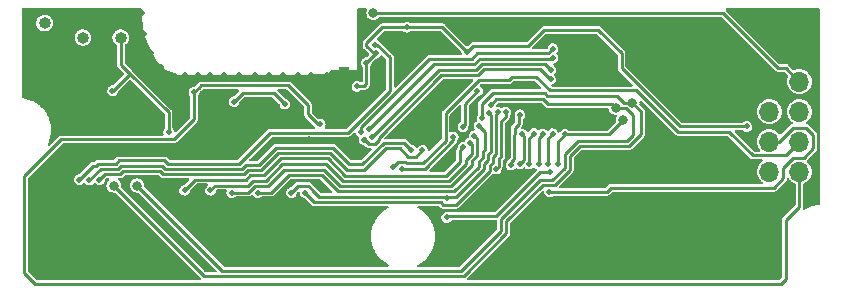
<source format=gbr>
%TF.GenerationSoftware,KiCad,Pcbnew,(5.99.0-10506-gb986797469)*%
%TF.CreationDate,2021-09-15T01:16:02+02:00*%
%TF.ProjectId,Tastatur,54617374-6174-4757-922e-6b696361645f,rev?*%
%TF.SameCoordinates,Original*%
%TF.FileFunction,Copper,L2,Bot*%
%TF.FilePolarity,Positive*%
%FSLAX46Y46*%
G04 Gerber Fmt 4.6, Leading zero omitted, Abs format (unit mm)*
G04 Created by KiCad (PCBNEW (5.99.0-10506-gb986797469)) date 2021-09-15 01:16:02*
%MOMM*%
%LPD*%
G01*
G04 APERTURE LIST*
%TA.AperFunction,ComponentPad*%
%ADD10R,1.000000X1.000000*%
%TD*%
%TA.AperFunction,ComponentPad*%
%ADD11O,1.000000X1.000000*%
%TD*%
%TA.AperFunction,ComponentPad*%
%ADD12O,1.700000X1.700000*%
%TD*%
%TA.AperFunction,ComponentPad*%
%ADD13R,1.700000X1.700000*%
%TD*%
%TA.AperFunction,ComponentPad*%
%ADD14R,0.900000X0.500000*%
%TD*%
%TA.AperFunction,ViaPad*%
%ADD15C,0.800000*%
%TD*%
%TA.AperFunction,ViaPad*%
%ADD16C,0.500000*%
%TD*%
%TA.AperFunction,Conductor*%
%ADD17C,0.250000*%
%TD*%
G04 APERTURE END LIST*
D10*
%TO.P,J3,1,Pin_1*%
%TO.N,GND*%
X195000000Y-66200000D03*
D11*
%TO.P,J3,2,Pin_2*%
%TO.N,+5V*%
X195000000Y-67470000D03*
%TD*%
D10*
%TO.P,J5,1,Pin_1*%
%TO.N,GND*%
X191800000Y-66200000D03*
D11*
%TO.P,J5,2,Pin_2*%
%TO.N,+4V*%
X191800000Y-67470000D03*
%TD*%
D12*
%TO.P,J2,8,Pin_8*%
%TO.N,+3V3*%
X252465000Y-78820000D03*
%TO.P,J2,7,Pin_7*%
%TO.N,/C18*%
X249925000Y-78820000D03*
%TO.P,J2,6,Pin_6*%
%TO.N,/EN*%
X252465000Y-76280000D03*
%TO.P,J2,5,Pin_5*%
%TO.N,/C0*%
X249925000Y-76280000D03*
%TO.P,J2,4,Pin_4*%
%TO.N,/C2*%
X252465000Y-73740000D03*
%TO.P,J2,3,Pin_3*%
%TO.N,/C1*%
X249925000Y-73740000D03*
%TO.P,J2,2,Pin_2*%
%TO.N,/TX*%
X252465000Y-71200000D03*
D13*
%TO.P,J2,1,Pin_1*%
%TO.N,GND*%
X249925000Y-71200000D03*
%TD*%
D14*
%TO.P,AE1,2,Shield*%
%TO.N,GND*%
X213900000Y-70225000D03*
%TD*%
D10*
%TO.P,J4,1,Pin_1*%
%TO.N,GND*%
X188550000Y-67500000D03*
D11*
%TO.P,J4,2,Pin_2*%
%TO.N,+4V*%
X188550000Y-66230000D03*
%TD*%
D15*
%TO.N,GND*%
X251450000Y-80150000D03*
D16*
X214600000Y-76800000D03*
X206800000Y-73600000D03*
X239950000Y-79100000D03*
X236500000Y-69100000D03*
X213000000Y-73800000D03*
X212600000Y-71400000D03*
X215550000Y-66450000D03*
X233900000Y-73900000D03*
X203773816Y-70626184D03*
X190400000Y-73200000D03*
X191050000Y-77200000D03*
D15*
X220000000Y-74000000D03*
D16*
X241300000Y-75650000D03*
X200400000Y-70626184D03*
X241150000Y-77900000D03*
X206800000Y-74400000D03*
X207573816Y-70626184D03*
X206800000Y-72800000D03*
X189550000Y-78550000D03*
X196800000Y-65400000D03*
X235700000Y-79200000D03*
X199400000Y-77450000D03*
X234000000Y-67400000D03*
X196300000Y-73000000D03*
X236100000Y-66150000D03*
X214000000Y-73899500D03*
X215000000Y-73899500D03*
X202573816Y-70626184D03*
X213200000Y-72000000D03*
X188900000Y-73450000D03*
X214600000Y-77600000D03*
X198400000Y-70000000D03*
X199200000Y-70600000D03*
X212200000Y-73200000D03*
X211100500Y-70626184D03*
X196300000Y-73900000D03*
X190400000Y-72350000D03*
X198050000Y-79350000D03*
X229200000Y-66200000D03*
X196300000Y-74900000D03*
X196300000Y-72200000D03*
X212150000Y-80250000D03*
X244850000Y-77050000D03*
X233993767Y-70206233D03*
X190450000Y-70600000D03*
X214200000Y-72400008D03*
X234000000Y-68400000D03*
X211200000Y-71800000D03*
X212499500Y-70600000D03*
X209973816Y-70626184D03*
X228400000Y-71400000D03*
X226100000Y-67400000D03*
X206373816Y-70626184D03*
X246450000Y-79150000D03*
X197000000Y-67200000D03*
X243100000Y-77450000D03*
X247450000Y-77700000D03*
X197600000Y-68800000D03*
X187200000Y-70650000D03*
D15*
X218600000Y-70400000D03*
D16*
X227800011Y-75400000D03*
X206800000Y-75200000D03*
X216700000Y-71800000D03*
X189750000Y-80200000D03*
X195400000Y-79450000D03*
X190550000Y-80200000D03*
X208773816Y-70626184D03*
X244300000Y-79150000D03*
X187800000Y-79500000D03*
X201573816Y-70626184D03*
X236500000Y-71150000D03*
X211600000Y-72600000D03*
D15*
X222200000Y-71800000D03*
D16*
X204973816Y-70626184D03*
X229400000Y-73600000D03*
X237900000Y-79150000D03*
X208900000Y-72100000D03*
X230600000Y-68200000D03*
X236300000Y-74600000D03*
X233900000Y-79150000D03*
X199600000Y-80050000D03*
X204450000Y-77450000D03*
X210900000Y-76100000D03*
X239950000Y-75650000D03*
X234000000Y-71200000D03*
X222000000Y-78577900D03*
%TO.N,/ADC1_CH3*%
X215594216Y-76111316D03*
X231400000Y-71000000D03*
%TO.N,/ADC1_CH2*%
X216263369Y-75907512D03*
X231400000Y-70200000D03*
%TO.N,/ADC1_CH1*%
X216018517Y-75252264D03*
X231606233Y-69206233D03*
%TO.N,/ADC1_CH0*%
X231590500Y-68400000D03*
X215349362Y-75456067D03*
%TO.N,/EN*%
X218081333Y-78420414D03*
%TO.N,+3V3*%
X223966182Y-75025501D03*
X224324020Y-68721151D03*
X215000000Y-71600000D03*
X216600000Y-68800000D03*
X215800000Y-69600000D03*
X219200000Y-66600000D03*
X201200000Y-72100000D03*
X211900000Y-74800000D03*
X225206233Y-72006233D03*
X248000000Y-75000000D03*
%TO.N,+5V*%
X199050000Y-75450000D03*
X194300000Y-71974500D03*
D15*
%TO.N,/TX*%
X216400000Y-65400000D03*
%TO.N,/C1*%
X194400000Y-80000000D03*
D16*
X225616899Y-74312341D03*
D15*
X238325000Y-72999598D03*
%TO.N,/C2*%
X236900000Y-73400000D03*
X196400000Y-80000000D03*
D16*
X226319750Y-73189534D03*
%TO.N,/C0*%
X231300000Y-80524020D03*
X231318739Y-78893727D03*
X222600000Y-81075460D03*
X209450000Y-80600000D03*
X226159050Y-73870327D03*
X222600000Y-82700000D03*
%TO.N,/C18*%
X232600000Y-75676940D03*
X232000000Y-78200000D03*
D15*
X237550000Y-74450000D03*
D16*
%TO.N,/C16*%
X192343767Y-79543767D03*
X219607659Y-76997447D03*
%TO.N,/C17*%
X220534349Y-77029248D03*
X193200000Y-79500000D03*
%TO.N,/C15*%
X223986116Y-76775980D03*
X200400000Y-80400000D03*
%TO.N,/C8*%
X223157874Y-75871620D03*
X218800000Y-78577900D03*
%TO.N,/C6*%
X202600000Y-80400000D03*
X224575980Y-76400000D03*
%TO.N,/C7*%
X224940980Y-75786662D03*
X204400000Y-80600000D03*
%TO.N,/C9*%
X206600000Y-80600000D03*
X225349017Y-74958517D03*
%TO.N,/C4*%
X226900497Y-73790980D03*
X210600000Y-80600000D03*
%TO.N,/C5*%
X226800000Y-78600000D03*
X227600000Y-73790980D03*
%TO.N,/C3*%
X228058049Y-78258049D03*
X228800000Y-74000000D03*
%TO.N,/C10*%
X228775907Y-78175907D03*
X229000000Y-75676940D03*
%TO.N,/C14*%
X229983580Y-75596046D03*
X229590650Y-78184417D03*
%TO.N,/C11*%
X230393767Y-78193767D03*
X230753063Y-75639031D03*
%TO.N,/C13*%
X231200000Y-78200000D03*
X231593767Y-75606233D03*
%TO.N,/C12*%
X191500000Y-79500000D03*
X216536764Y-68063236D03*
%TO.N,+4V*%
X204600000Y-72900000D03*
X208900000Y-73100000D03*
%TD*%
D17*
%TO.N,GND*%
X212499500Y-71299500D02*
X212600000Y-71400000D01*
X211100500Y-70626184D02*
X212499500Y-70626184D01*
X212499500Y-70626184D02*
X212499500Y-71299500D01*
%TO.N,/ADC1_CH3*%
X225754030Y-70148560D02*
X230498283Y-70148560D01*
X222150480Y-70649520D02*
X225253071Y-70649520D01*
X215688858Y-76183278D02*
X215987603Y-76482023D01*
X230999243Y-70649520D02*
X231349723Y-71000000D01*
X216849520Y-76171638D02*
X216849520Y-75950480D01*
X215688858Y-76016674D02*
X215688858Y-76183278D01*
X216849520Y-75950480D02*
X222150480Y-70649520D01*
X230498283Y-70148560D02*
X230999243Y-70649520D01*
X225253071Y-70649520D02*
X225754030Y-70148560D01*
X215987603Y-76482023D02*
X216539135Y-76482023D01*
X231349723Y-71000000D02*
X231400000Y-71000000D01*
X215594216Y-76111316D02*
X215688858Y-76016674D01*
X216539135Y-76482023D02*
X216849520Y-76171638D01*
%TO.N,/ADC1_CH2*%
X216400000Y-75770881D02*
X216400000Y-75764283D01*
X216263369Y-75907512D02*
X216400000Y-75770881D01*
X216400000Y-75764283D02*
X221964282Y-70200000D01*
X225066873Y-70200000D02*
X221964282Y-70200000D01*
X225567833Y-69699040D02*
X225066873Y-70200000D01*
X224564282Y-70200000D02*
X221964282Y-70200000D01*
X230899040Y-69699040D02*
X225567833Y-69699040D01*
X231400000Y-70200000D02*
X230899040Y-69699040D01*
%TO.N,/ADC1_CH1*%
X231562946Y-69249520D02*
X231606233Y-69206233D01*
X225381635Y-69249520D02*
X231562946Y-69249520D01*
X216018517Y-75252264D02*
X221525610Y-69745171D01*
X221525610Y-69745171D02*
X224885984Y-69745171D01*
X224885984Y-69745171D02*
X225381635Y-69249520D01*
%TO.N,/ADC1_CH0*%
X215349362Y-75086356D02*
X215349362Y-75456067D01*
X231590500Y-68400000D02*
X231190500Y-68800000D01*
X231190500Y-68800000D02*
X225195437Y-68800000D01*
X221140067Y-69295651D02*
X215349362Y-75086356D01*
X224699786Y-69295651D02*
X221140067Y-69295651D01*
X225195437Y-68800000D02*
X224699786Y-69295651D01*
%TO.N,/EN*%
X218498358Y-78003389D02*
X219075766Y-78003389D01*
X222500000Y-76200000D02*
X222500000Y-73900000D01*
X218081333Y-78420414D02*
X218498358Y-78003389D01*
X248504511Y-77454511D02*
X251290489Y-77454511D01*
X238665242Y-71950960D02*
X242163803Y-75449520D01*
X246499520Y-75449520D02*
X248504511Y-77454511D01*
X242163803Y-75449520D02*
X246499520Y-75449520D01*
X251290489Y-77454511D02*
X252465000Y-76280000D01*
X225300000Y-71100000D02*
X227849723Y-71100000D01*
X222500000Y-73900000D02*
X225300000Y-71100000D01*
X230179065Y-70825489D02*
X231304536Y-71950960D01*
X231304536Y-71950960D02*
X238665242Y-71950960D01*
X220571620Y-78128380D02*
X222500000Y-76200000D01*
X228124234Y-70825489D02*
X230179065Y-70825489D01*
X219075766Y-78003389D02*
X219200757Y-78128380D01*
X219200757Y-78128380D02*
X220571620Y-78128380D01*
X227849723Y-71100000D02*
X228124234Y-70825489D01*
%TO.N,+3V3*%
X224153808Y-73058658D02*
X224153808Y-74837875D01*
X210850000Y-73199723D02*
X209175766Y-71525489D01*
X229500000Y-68200000D02*
X230874511Y-66825489D01*
X252465000Y-81785000D02*
X251300000Y-82950000D01*
X237400000Y-68800000D02*
X237400000Y-70050000D01*
X215800000Y-68176749D02*
X215800000Y-67949723D01*
X224845171Y-68200000D02*
X229500000Y-68200000D01*
X186850000Y-87400000D02*
X186850000Y-79200000D01*
X201824511Y-71525489D02*
X201649520Y-71700480D01*
X215800000Y-71400000D02*
X215800000Y-69600000D01*
X252465000Y-78820000D02*
X252465000Y-81785000D01*
X242350000Y-75000000D02*
X248000000Y-75000000D01*
X215600000Y-71600000D02*
X215800000Y-71400000D01*
X217149723Y-66600000D02*
X219200000Y-66600000D01*
X250900000Y-88300000D02*
X187750000Y-88300000D01*
X211900000Y-74800000D02*
X211700000Y-74800000D01*
X199500000Y-76100000D02*
X201200000Y-74400000D01*
X251300000Y-82950000D02*
X251300000Y-87900000D01*
X222202869Y-66600000D02*
X219200000Y-66600000D01*
X224324020Y-68721151D02*
X222202869Y-66600000D01*
X235425489Y-66825489D02*
X237400000Y-68800000D01*
X216423251Y-68800000D02*
X215800000Y-68176749D01*
X216600000Y-68800000D02*
X215800000Y-69600000D01*
X230874511Y-66825489D02*
X235425489Y-66825489D01*
X224324020Y-68721151D02*
X224845171Y-68200000D01*
X224153808Y-74837875D02*
X223966182Y-75025501D01*
X187750000Y-88300000D02*
X186850000Y-87400000D01*
X186850000Y-79200000D02*
X189950000Y-76100000D01*
X201599520Y-71700480D02*
X201200000Y-72100000D01*
X201649520Y-71700480D02*
X201599520Y-71700480D01*
X210850000Y-73950000D02*
X210850000Y-73199723D01*
X201200000Y-74400000D02*
X201200000Y-72100000D01*
X216600000Y-68800000D02*
X216423251Y-68800000D01*
X237400000Y-70050000D02*
X242350000Y-75000000D01*
X215000000Y-71600000D02*
X215600000Y-71600000D01*
X215800000Y-67949723D02*
X217149723Y-66600000D01*
X251300000Y-87900000D02*
X250900000Y-88300000D01*
X189950000Y-76100000D02*
X199500000Y-76100000D01*
X211700000Y-74800000D02*
X210850000Y-73950000D01*
X225206233Y-72006233D02*
X224153808Y-73058658D01*
X209175766Y-71525489D02*
X201824511Y-71525489D01*
%TO.N,+5V*%
X194300000Y-71974500D02*
X194325500Y-71974500D01*
X195000000Y-67470000D02*
X195000000Y-69765000D01*
X194325500Y-71974500D02*
X195767500Y-70532500D01*
X199050000Y-73815000D02*
X195767500Y-70532500D01*
X195000000Y-69765000D02*
X195767500Y-70532500D01*
X199050000Y-75450000D02*
X199050000Y-73815000D01*
%TO.N,/TX*%
X246000000Y-65400000D02*
X250625489Y-70025489D01*
X216400000Y-65400000D02*
X246000000Y-65400000D01*
X250625489Y-70025489D02*
X251290489Y-70025489D01*
X251290489Y-70025489D02*
X252465000Y-71200000D01*
%TO.N,/C1*%
X202049520Y-87649520D02*
X194400000Y-80000000D01*
X231118339Y-72400480D02*
X230893828Y-72175969D01*
X225584539Y-73074468D02*
X225584539Y-74146093D01*
X239050000Y-73724598D02*
X239050000Y-75657994D01*
X237000480Y-72400480D02*
X231118339Y-72400480D01*
X237599598Y-72999598D02*
X237000480Y-72400480D01*
X239050000Y-75657994D02*
X238033963Y-76674031D01*
X224036474Y-87649520D02*
X202049520Y-87649520D01*
X230893828Y-72175969D02*
X226483038Y-72175969D01*
X238325000Y-72999598D02*
X237599598Y-72999598D01*
X233024031Y-78661963D02*
X231736474Y-79949520D01*
X227649520Y-84036474D02*
X224036474Y-87649520D01*
X227649520Y-83021916D02*
X227649520Y-84036474D01*
X238325000Y-72999598D02*
X239050000Y-73724598D01*
X231736474Y-79949520D02*
X230721916Y-79949520D01*
X230721916Y-79949520D02*
X227649520Y-83021916D01*
X238033963Y-76674031D02*
X233861687Y-76674031D01*
X233861687Y-76674031D02*
X233024031Y-77511687D01*
X226483038Y-72175969D02*
X225584539Y-73074468D01*
X233024031Y-77511687D02*
X233024031Y-78661963D01*
%TO.N,/C2*%
X236600000Y-73100000D02*
X236900000Y-73400000D01*
X230782141Y-72700000D02*
X231182141Y-73100000D01*
X231182141Y-73100000D02*
X236600000Y-73100000D01*
X233675489Y-76224511D02*
X232574511Y-77325489D01*
X238350000Y-75722277D02*
X237847766Y-76224511D01*
X227200000Y-83850277D02*
X223850277Y-87200000D01*
X226319750Y-73189534D02*
X226809284Y-72700000D01*
X223850277Y-87200000D02*
X203600000Y-87200000D01*
X226809284Y-72700000D02*
X230782141Y-72700000D01*
X238350000Y-74050000D02*
X238350000Y-75722277D01*
X236949118Y-73449118D02*
X237749118Y-73449118D01*
X231550277Y-79500000D02*
X230535718Y-79500000D01*
X237847766Y-76224511D02*
X233675489Y-76224511D01*
X237749118Y-73449118D02*
X238350000Y-74050000D01*
X230535718Y-79500000D02*
X227200000Y-82835718D01*
X236900000Y-73400000D02*
X236949118Y-73449118D01*
X232574511Y-77325489D02*
X232574511Y-78475766D01*
X232574511Y-78475766D02*
X231550277Y-79500000D01*
X227200000Y-82835718D02*
X227200000Y-83850277D01*
X203600000Y-87200000D02*
X196400000Y-80000000D01*
%TO.N,/C0*%
X230506273Y-78893727D02*
X231318739Y-78893727D01*
X253028766Y-75105489D02*
X253639511Y-75716234D01*
X252837788Y-77645489D02*
X251954511Y-77645489D01*
X225775969Y-78588313D02*
X223413802Y-80950480D01*
X253639511Y-76843766D02*
X252837788Y-77645489D01*
X211750480Y-80950480D02*
X222649520Y-80950480D01*
X251099511Y-79383766D02*
X250283277Y-80200000D01*
X249925000Y-76280000D02*
X250726723Y-76280000D01*
X226100960Y-77813045D02*
X225775969Y-78138037D01*
X209450000Y-80600000D02*
X210024511Y-80025489D01*
X210024511Y-80025489D02*
X210875766Y-80025489D01*
X236175980Y-80524020D02*
X236500000Y-80200000D01*
X225775969Y-78138037D02*
X225775969Y-78588313D01*
X226326449Y-74037726D02*
X226326449Y-77130679D01*
X231300000Y-80524020D02*
X236175980Y-80524020D01*
X210875766Y-80025489D02*
X211174511Y-80324234D01*
X251099511Y-78500489D02*
X251099511Y-79383766D01*
X251954511Y-77645489D02*
X251099511Y-78500489D01*
X226800000Y-82600000D02*
X230506273Y-78893727D01*
X211174511Y-80324234D02*
X211174511Y-80374511D01*
X222649520Y-81025940D02*
X222649520Y-80950480D01*
X250283277Y-80200000D02*
X236500000Y-80200000D01*
X250726723Y-76280000D02*
X251901234Y-75105489D01*
X222600000Y-81075460D02*
X222649520Y-81025940D01*
X226100960Y-77356168D02*
X226100960Y-77813045D01*
X251901234Y-75105489D02*
X253028766Y-75105489D01*
X222600000Y-82700000D02*
X222700000Y-82600000D01*
X211174511Y-80374511D02*
X211750480Y-80950480D01*
X222700000Y-82600000D02*
X226800000Y-82600000D01*
X253639511Y-75716234D02*
X253639511Y-76843766D01*
X223413802Y-80950480D02*
X222649520Y-80950480D01*
X226326449Y-77130679D02*
X226100960Y-77356168D01*
X226159050Y-73870327D02*
X226326449Y-74037726D01*
%TO.N,/C18*%
X236323060Y-75676940D02*
X232600000Y-75676940D01*
X232000000Y-76276940D02*
X232000000Y-78200000D01*
X237550000Y-74450000D02*
X236323060Y-75676940D01*
X232600000Y-75676940D02*
X232000000Y-76276940D01*
%TO.N,/C16*%
X206729720Y-78227409D02*
X208157129Y-76800000D01*
X192343767Y-79543767D02*
X193287534Y-78600000D01*
X205605209Y-78227409D02*
X206729720Y-78227409D01*
X208157129Y-76800000D02*
X212949723Y-76800000D01*
X215456876Y-78200000D02*
X217256876Y-76400000D01*
X198511964Y-78325969D02*
X198785995Y-78600000D01*
X198785995Y-78600000D02*
X205232618Y-78600000D01*
X217256876Y-76400000D02*
X219010212Y-76400000D01*
X205232618Y-78600000D02*
X205605209Y-78227409D01*
X219010212Y-76400000D02*
X219607659Y-76997447D01*
X214349723Y-78200000D02*
X215456876Y-78200000D01*
X212949723Y-76800000D02*
X214349723Y-78200000D01*
X195038037Y-78325969D02*
X198511964Y-78325969D01*
X193287534Y-78600000D02*
X194764005Y-78600000D01*
X194764005Y-78600000D02*
X195038037Y-78325969D01*
%TO.N,/C17*%
X219331893Y-77571958D02*
X219991639Y-77571958D01*
X218609455Y-76849520D02*
X219331893Y-77571958D01*
X214152880Y-78702880D02*
X215589713Y-78702880D01*
X198325766Y-78775489D02*
X198600277Y-79050000D01*
X212700000Y-77250000D02*
X214152880Y-78702880D01*
X208342846Y-77250000D02*
X212700000Y-77250000D01*
X193200000Y-79500000D02*
X193650000Y-79050000D01*
X194949723Y-79050000D02*
X195224234Y-78775489D01*
X193650000Y-79050000D02*
X194949723Y-79050000D01*
X198600277Y-79050000D02*
X205418335Y-79050000D01*
X206915917Y-78676929D02*
X208342846Y-77250000D01*
X215589713Y-78702880D02*
X217443073Y-76849520D01*
X205418335Y-79050000D02*
X205791407Y-78676929D01*
X219991639Y-77571958D02*
X220534349Y-77029248D01*
X195224234Y-78775489D02*
X198325766Y-78775489D01*
X217443073Y-76849520D02*
X218609455Y-76849520D01*
X205791407Y-78676929D02*
X206915917Y-78676929D01*
%TO.N,/C15*%
X213966682Y-79152400D02*
X212513802Y-77699520D01*
X212513802Y-77699520D02*
X208529044Y-77699520D01*
X205604053Y-79500000D02*
X201300000Y-79500000D01*
X208529044Y-77699520D02*
X207102115Y-79126449D01*
X201300000Y-79500000D02*
X200400000Y-80400000D01*
X205977604Y-79126449D02*
X205604053Y-79500000D01*
X223750480Y-77011616D02*
X223750480Y-77978084D01*
X223750480Y-77978084D02*
X222576164Y-79152400D01*
X207102115Y-79126449D02*
X205977604Y-79126449D01*
X222576164Y-79152400D02*
X213966682Y-79152400D01*
X223986116Y-76775980D02*
X223750480Y-77011616D01*
%TO.N,/C8*%
X223157874Y-75871620D02*
X223157874Y-76177844D01*
X223157874Y-76177844D02*
X220757818Y-78577900D01*
X220757818Y-78577900D02*
X218800000Y-78577900D01*
%TO.N,/C6*%
X208664282Y-78200000D02*
X207288313Y-79575969D01*
X213780484Y-79601920D02*
X212378564Y-78200000D01*
X212378564Y-78200000D02*
X208664282Y-78200000D01*
X203000000Y-80000000D02*
X202600000Y-80400000D01*
X206163802Y-79575969D02*
X205739771Y-80000000D01*
X224700960Y-77305894D02*
X224200000Y-77806854D01*
X207288313Y-79575969D02*
X206163802Y-79575969D01*
X224575980Y-76400000D02*
X224700960Y-76524980D01*
X224700960Y-76524980D02*
X224700960Y-77305894D01*
X205739771Y-80000000D02*
X203000000Y-80000000D01*
X224200000Y-77806854D02*
X224200000Y-78164282D01*
X222762361Y-79601920D02*
X213780484Y-79601920D01*
X224200000Y-78164282D02*
X222762361Y-79601920D01*
%TO.N,/C7*%
X225150480Y-75996162D02*
X225150480Y-77492092D01*
X206350000Y-80025489D02*
X205775489Y-80600000D01*
X224768263Y-77874309D02*
X224768263Y-78231737D01*
X213594286Y-80051440D02*
X212192366Y-78649520D01*
X222948558Y-80051440D02*
X213594286Y-80051440D01*
X224940980Y-75786662D02*
X225150480Y-75996162D01*
X208850480Y-78649520D02*
X207474511Y-80025489D01*
X205775489Y-80600000D02*
X204400000Y-80600000D01*
X225150480Y-77492092D02*
X224768263Y-77874309D01*
X207474511Y-80025489D02*
X206350000Y-80025489D01*
X212192366Y-78649520D02*
X208850480Y-78649520D01*
X224768263Y-78231737D02*
X222948558Y-80051440D01*
%TO.N,/C9*%
X206600000Y-80600000D02*
X207749723Y-80600000D01*
X209250683Y-79099040D02*
X212006168Y-79099040D01*
X225876929Y-76944481D02*
X225876929Y-75486429D01*
X212006168Y-79099040D02*
X213408088Y-80500960D01*
X225326449Y-77951840D02*
X225651440Y-77626848D01*
X207749723Y-80600000D02*
X209250683Y-79099040D01*
X225326449Y-78402114D02*
X225326449Y-77951840D01*
X225651440Y-77626848D02*
X225651440Y-77169970D01*
X225651440Y-77169970D02*
X225876929Y-76944481D01*
X223227604Y-80500960D02*
X225326449Y-78402114D01*
X213408088Y-80500960D02*
X223227604Y-80500960D01*
X225876929Y-75486429D02*
X225349017Y-74958517D01*
%TO.N,/C4*%
X226550480Y-77542366D02*
X226775969Y-77316877D01*
X223350029Y-81649971D02*
X226225489Y-78774511D01*
X226225489Y-78774511D02*
X226225489Y-78324234D01*
X222324234Y-81649971D02*
X223350029Y-81649971D01*
X226225489Y-78324234D02*
X226550480Y-77999242D01*
X210600000Y-80600000D02*
X211400000Y-81400000D01*
X226775969Y-73915508D02*
X226900497Y-73790980D01*
X222074263Y-81400000D02*
X222324234Y-81649971D01*
X211400000Y-81400000D02*
X222074263Y-81400000D01*
X226775969Y-77316877D02*
X226775969Y-73915508D01*
X226550480Y-77999242D02*
X226550480Y-77542366D01*
%TO.N,/C5*%
X226999999Y-78400001D02*
X226999999Y-77728565D01*
X227600000Y-74200000D02*
X227600000Y-73790980D01*
X227225489Y-77503075D02*
X227225489Y-74574511D01*
X227225489Y-74574511D02*
X227600000Y-74200000D01*
X226999999Y-77728565D02*
X227225489Y-77503075D01*
X226800000Y-78600000D02*
X226999999Y-78400001D01*
%TO.N,/C3*%
X228700000Y-74798756D02*
X228374522Y-75124234D01*
X228374522Y-75675766D02*
X228326387Y-75723901D01*
X228374522Y-75124234D02*
X228374522Y-75675766D01*
X228800000Y-74000000D02*
X228700000Y-74100000D01*
X228700000Y-74100000D02*
X228700000Y-74798756D01*
X228326387Y-75723901D02*
X228326387Y-77775150D01*
X228326387Y-77775150D02*
X228058049Y-78043488D01*
X228058049Y-78043488D02*
X228058049Y-78258049D01*
%TO.N,/C10*%
X229150480Y-77801334D02*
X229150480Y-75827420D01*
X229150480Y-75827420D02*
X229000000Y-75676940D01*
X228775907Y-78175907D02*
X229150480Y-77801334D01*
%TO.N,/C14*%
X229590650Y-78184417D02*
X229600000Y-78175067D01*
X229600000Y-78175067D02*
X229600000Y-75979626D01*
X229600000Y-75979626D02*
X229983580Y-75596046D01*
%TO.N,/C11*%
X230393767Y-75998327D02*
X230753063Y-75639031D01*
X230393767Y-78193767D02*
X230393767Y-75998327D01*
%TO.N,/C13*%
X231593767Y-75606233D02*
X231200000Y-76000000D01*
X231200000Y-76000000D02*
X231200000Y-78200000D01*
%TO.N,/C12*%
X194851840Y-77876449D02*
X198698162Y-77876449D01*
X207671411Y-75525489D02*
X214274511Y-75525489D01*
X205046420Y-78150480D02*
X207671411Y-75525489D01*
X214274511Y-75525489D02*
X217800000Y-72000000D01*
X217800000Y-69149723D02*
X216713513Y-68063236D01*
X191500000Y-79500000D02*
X192650000Y-78350000D01*
X216713513Y-68063236D02*
X216536764Y-68063236D01*
X194577808Y-78150480D02*
X194851840Y-77876449D01*
X198698162Y-77876449D02*
X198972193Y-78150480D01*
X193101337Y-78150480D02*
X194577808Y-78150480D01*
X192901816Y-78350000D02*
X193101337Y-78150480D01*
X198972193Y-78150480D02*
X205046420Y-78150480D01*
X192650000Y-78350000D02*
X192901816Y-78350000D01*
X217800000Y-72000000D02*
X217800000Y-69149723D01*
%TO.N,+4V*%
X207950000Y-72150000D02*
X208900000Y-73100000D01*
X204600000Y-72900000D02*
X205350000Y-72150000D01*
X205350000Y-72150000D02*
X207950000Y-72150000D01*
%TD*%
%TA.AperFunction,Conductor*%
%TO.N,GND*%
G36*
X251569182Y-79389242D02*
G01*
X251592838Y-79410769D01*
X251705737Y-79553212D01*
X251709417Y-79556344D01*
X251709419Y-79556346D01*
X251756256Y-79596207D01*
X251862612Y-79686723D01*
X251866835Y-79689083D01*
X251866839Y-79689086D01*
X251972696Y-79748247D01*
X252042432Y-79787221D01*
X252065546Y-79794731D01*
X252071092Y-79796533D01*
X252120592Y-79832497D01*
X252139500Y-79890688D01*
X252139500Y-81609166D01*
X252120593Y-81667357D01*
X252110504Y-81679170D01*
X251082755Y-82706918D01*
X251076400Y-82712740D01*
X251069897Y-82718197D01*
X251053457Y-82731991D01*
X251053455Y-82731993D01*
X251046822Y-82737559D01*
X251029321Y-82767871D01*
X251027397Y-82771204D01*
X251022758Y-82778486D01*
X251007539Y-82800222D01*
X251000465Y-82810325D01*
X250998223Y-82818694D01*
X250995757Y-82823983D01*
X250993763Y-82829461D01*
X250989432Y-82836962D01*
X250987928Y-82845490D01*
X250987928Y-82845491D01*
X250982685Y-82875226D01*
X250980816Y-82883658D01*
X250970758Y-82921195D01*
X250971513Y-82929822D01*
X250974123Y-82959656D01*
X250974500Y-82968285D01*
X250974500Y-87724165D01*
X250955593Y-87782356D01*
X250945504Y-87794169D01*
X250794169Y-87945504D01*
X250739652Y-87973281D01*
X250724165Y-87974500D01*
X224410829Y-87974500D01*
X224352638Y-87955593D01*
X224316674Y-87906093D01*
X224316674Y-87844907D01*
X224340825Y-87805496D01*
X227866748Y-84279573D01*
X227873115Y-84273740D01*
X227896059Y-84254487D01*
X227896063Y-84254483D01*
X227902698Y-84248915D01*
X227922130Y-84215258D01*
X227926769Y-84207977D01*
X227944086Y-84183245D01*
X227949055Y-84176149D01*
X227951297Y-84167781D01*
X227953764Y-84162492D01*
X227955759Y-84157010D01*
X227960088Y-84149512D01*
X227966834Y-84111256D01*
X227968703Y-84102826D01*
X227976522Y-84073646D01*
X227976522Y-84073641D01*
X227978763Y-84065279D01*
X227975397Y-84026809D01*
X227975020Y-84018181D01*
X227975020Y-83197751D01*
X227993927Y-83139560D01*
X228004016Y-83127747D01*
X230680563Y-80451200D01*
X230735080Y-80423423D01*
X230795512Y-80432994D01*
X230838777Y-80476259D01*
X230849564Y-80521981D01*
X230849527Y-80526719D01*
X230849044Y-80588201D01*
X230851164Y-80595289D01*
X230851164Y-80595291D01*
X230884440Y-80706557D01*
X230887851Y-80717962D01*
X230891963Y-80724116D01*
X230891964Y-80724118D01*
X230907505Y-80747376D01*
X230963098Y-80830577D01*
X230968839Y-80835251D01*
X231062395Y-80911418D01*
X231062398Y-80911420D01*
X231068132Y-80916088D01*
X231193666Y-80966934D01*
X231328601Y-80978621D01*
X231395785Y-80964157D01*
X231453769Y-80951674D01*
X231453772Y-80951673D01*
X231461008Y-80950115D01*
X231498280Y-80929242D01*
X231572724Y-80887551D01*
X231579179Y-80883936D01*
X231584285Y-80878583D01*
X231590136Y-80874045D01*
X231591317Y-80875568D01*
X231636601Y-80851132D01*
X231654391Y-80849520D01*
X236157695Y-80849520D01*
X236166324Y-80849897D01*
X236204785Y-80853262D01*
X236242322Y-80843204D01*
X236250754Y-80841335D01*
X236280489Y-80836092D01*
X236280490Y-80836092D01*
X236289018Y-80834588D01*
X236296519Y-80830257D01*
X236301997Y-80828263D01*
X236307286Y-80825797D01*
X236315655Y-80823555D01*
X236322752Y-80818586D01*
X236347494Y-80801262D01*
X236354776Y-80796623D01*
X236359420Y-80793942D01*
X236388421Y-80777198D01*
X236413239Y-80747621D01*
X236419073Y-80741254D01*
X236605831Y-80554496D01*
X236660348Y-80526719D01*
X236675835Y-80525500D01*
X250264992Y-80525500D01*
X250273621Y-80525877D01*
X250312082Y-80529242D01*
X250349619Y-80519184D01*
X250358051Y-80517315D01*
X250387786Y-80512072D01*
X250387787Y-80512072D01*
X250396315Y-80510568D01*
X250403816Y-80506237D01*
X250409294Y-80504243D01*
X250414583Y-80501777D01*
X250422952Y-80499535D01*
X250430049Y-80494566D01*
X250454791Y-80477242D01*
X250462073Y-80472603D01*
X250488218Y-80457508D01*
X250488217Y-80457508D01*
X250495718Y-80453178D01*
X250520536Y-80423601D01*
X250526370Y-80417234D01*
X251316745Y-79626859D01*
X251323113Y-79621024D01*
X251352689Y-79596207D01*
X251372115Y-79562561D01*
X251376753Y-79555280D01*
X251385367Y-79542976D01*
X251399046Y-79523441D01*
X251401287Y-79515077D01*
X251403752Y-79509792D01*
X251405750Y-79504303D01*
X251410079Y-79496804D01*
X251416826Y-79458541D01*
X251418699Y-79450096D01*
X251419629Y-79446627D01*
X251452959Y-79395317D01*
X251510084Y-79373398D01*
X251569182Y-79389242D01*
G37*
%TD.AperFunction*%
%TA.AperFunction,Conductor*%
G36*
X205007867Y-71869896D02*
G01*
X205043831Y-71919396D01*
X205043831Y-71980582D01*
X205019680Y-72019993D01*
X204616709Y-72422964D01*
X204562192Y-72450741D01*
X204553699Y-72451713D01*
X204500636Y-72455470D01*
X204471029Y-72466924D01*
X204381222Y-72501667D01*
X204381220Y-72501668D01*
X204374319Y-72504338D01*
X204368506Y-72508921D01*
X204289195Y-72571445D01*
X204267955Y-72588189D01*
X204263748Y-72594276D01*
X204263747Y-72594277D01*
X204228564Y-72645182D01*
X204190948Y-72699608D01*
X204150108Y-72828744D01*
X204149864Y-72859833D01*
X204149165Y-72948839D01*
X204149044Y-72964181D01*
X204151164Y-72971269D01*
X204151164Y-72971271D01*
X204166018Y-73020937D01*
X204187851Y-73093942D01*
X204191963Y-73100096D01*
X204191964Y-73100098D01*
X204197169Y-73107888D01*
X204263098Y-73206557D01*
X204268839Y-73211231D01*
X204362395Y-73287398D01*
X204362398Y-73287400D01*
X204368132Y-73292068D01*
X204493666Y-73342914D01*
X204628601Y-73354601D01*
X204682886Y-73342914D01*
X204753769Y-73327654D01*
X204753772Y-73327653D01*
X204761008Y-73326095D01*
X204771376Y-73320289D01*
X204872724Y-73263531D01*
X204879179Y-73259916D01*
X204972667Y-73161915D01*
X205033206Y-73040757D01*
X205050687Y-72935737D01*
X205078338Y-72881989D01*
X205455831Y-72504496D01*
X205510348Y-72476719D01*
X205525835Y-72475500D01*
X207774165Y-72475500D01*
X207832356Y-72494407D01*
X207844169Y-72504496D01*
X208420152Y-73080479D01*
X208447929Y-73134996D01*
X208449145Y-73151257D01*
X208449114Y-73155296D01*
X208449044Y-73164181D01*
X208451164Y-73171270D01*
X208467556Y-73226082D01*
X208487851Y-73293942D01*
X208491963Y-73300096D01*
X208491964Y-73300098D01*
X208506918Y-73322478D01*
X208563098Y-73406557D01*
X208568839Y-73411231D01*
X208662395Y-73487398D01*
X208662398Y-73487400D01*
X208668132Y-73492068D01*
X208793666Y-73542914D01*
X208928601Y-73554601D01*
X208995785Y-73540137D01*
X209053769Y-73527654D01*
X209053772Y-73527653D01*
X209061008Y-73526095D01*
X209072501Y-73519659D01*
X209172724Y-73463531D01*
X209179179Y-73459916D01*
X209272667Y-73361915D01*
X209333206Y-73240757D01*
X209355444Y-73107155D01*
X209355500Y-73100000D01*
X209354781Y-73095213D01*
X209336465Y-72973386D01*
X209336464Y-72973384D01*
X209335364Y-72966065D01*
X209330907Y-72956782D01*
X209279937Y-72850639D01*
X209276735Y-72843971D01*
X209184798Y-72744514D01*
X209097002Y-72693518D01*
X209074079Y-72680203D01*
X209074078Y-72680202D01*
X209067681Y-72676487D01*
X209060475Y-72674817D01*
X209060473Y-72674816D01*
X208942949Y-72647575D01*
X208942946Y-72647575D01*
X208935738Y-72645904D01*
X208935900Y-72645203D01*
X208884790Y-72624031D01*
X208879082Y-72618756D01*
X208280320Y-72019993D01*
X208252543Y-71965476D01*
X208262114Y-71905044D01*
X208305379Y-71861779D01*
X208350324Y-71850989D01*
X208999931Y-71850989D01*
X209058122Y-71869896D01*
X209069935Y-71879985D01*
X210495504Y-73305554D01*
X210523281Y-73360071D01*
X210524500Y-73375558D01*
X210524500Y-73931715D01*
X210524123Y-73940344D01*
X210520758Y-73978805D01*
X210525185Y-73995325D01*
X210530816Y-74016342D01*
X210532685Y-74024774D01*
X210537928Y-74054509D01*
X210539432Y-74063038D01*
X210543763Y-74070539D01*
X210545757Y-74076017D01*
X210548223Y-74081306D01*
X210550465Y-74089675D01*
X210555433Y-74096771D01*
X210555434Y-74096772D01*
X210572758Y-74121514D01*
X210577396Y-74128795D01*
X210596822Y-74162441D01*
X210603456Y-74168008D01*
X210603459Y-74168011D01*
X210626399Y-74187260D01*
X210632767Y-74193094D01*
X211456902Y-75017228D01*
X211462738Y-75023598D01*
X211474281Y-75037355D01*
X211497200Y-75094085D01*
X211482397Y-75153453D01*
X211435525Y-75192781D01*
X211398441Y-75199989D01*
X207689696Y-75199989D01*
X207681068Y-75199612D01*
X207679937Y-75199513D01*
X207642606Y-75196247D01*
X207630048Y-75199612D01*
X207605069Y-75206305D01*
X207596637Y-75208174D01*
X207566902Y-75213417D01*
X207566901Y-75213417D01*
X207558373Y-75214921D01*
X207550872Y-75219252D01*
X207545389Y-75221248D01*
X207540105Y-75223712D01*
X207531736Y-75225954D01*
X207506652Y-75243518D01*
X207499908Y-75248240D01*
X207492627Y-75252879D01*
X207458970Y-75272311D01*
X207453404Y-75278944D01*
X207453402Y-75278946D01*
X207434148Y-75301893D01*
X207428313Y-75308261D01*
X204940589Y-77795984D01*
X204886072Y-77823761D01*
X204870585Y-77824980D01*
X199148028Y-77824980D01*
X199089837Y-77806073D01*
X199078024Y-77795984D01*
X198941255Y-77659215D01*
X198935420Y-77652847D01*
X198930106Y-77646514D01*
X198910603Y-77623271D01*
X198876957Y-77603845D01*
X198869676Y-77599207D01*
X198844934Y-77581883D01*
X198844933Y-77581882D01*
X198837837Y-77576914D01*
X198829468Y-77574672D01*
X198824179Y-77572206D01*
X198818701Y-77570212D01*
X198811200Y-77565881D01*
X198802672Y-77564377D01*
X198802671Y-77564377D01*
X198772936Y-77559134D01*
X198764504Y-77557265D01*
X198735330Y-77549448D01*
X198735331Y-77549448D01*
X198726967Y-77547207D01*
X198688545Y-77550569D01*
X198688506Y-77550572D01*
X198679877Y-77550949D01*
X194870125Y-77550949D01*
X194861497Y-77550572D01*
X194848661Y-77549449D01*
X194823035Y-77547207D01*
X194785494Y-77557267D01*
X194777073Y-77559133D01*
X194747330Y-77564377D01*
X194747328Y-77564378D01*
X194738802Y-77565881D01*
X194731302Y-77570211D01*
X194725816Y-77572208D01*
X194720530Y-77574673D01*
X194712166Y-77576914D01*
X194705071Y-77581882D01*
X194680340Y-77599199D01*
X194673061Y-77603836D01*
X194639399Y-77623271D01*
X194619896Y-77646514D01*
X194614572Y-77652859D01*
X194608736Y-77659227D01*
X194471978Y-77795984D01*
X194417462Y-77823761D01*
X194401975Y-77824980D01*
X193119631Y-77824980D01*
X193111002Y-77824603D01*
X193072533Y-77821237D01*
X193059971Y-77824603D01*
X193034992Y-77831296D01*
X193026564Y-77833164D01*
X192988299Y-77839912D01*
X192980796Y-77844244D01*
X192975312Y-77846240D01*
X192970030Y-77848703D01*
X192961663Y-77850945D01*
X192929828Y-77873236D01*
X192922552Y-77877871D01*
X192919297Y-77879750D01*
X192896395Y-77892972D01*
X192896393Y-77892973D01*
X192888896Y-77897302D01*
X192868796Y-77921257D01*
X192864079Y-77926878D01*
X192858244Y-77933246D01*
X192795986Y-77995504D01*
X192741469Y-78023281D01*
X192725982Y-78024500D01*
X192668293Y-78024500D01*
X192659664Y-78024123D01*
X192621195Y-78020757D01*
X192612833Y-78022998D01*
X192612828Y-78022998D01*
X192583648Y-78030817D01*
X192575218Y-78032686D01*
X192568373Y-78033893D01*
X192545489Y-78037928D01*
X192545487Y-78037929D01*
X192536962Y-78039432D01*
X192529464Y-78043761D01*
X192523982Y-78045756D01*
X192518693Y-78048223D01*
X192510325Y-78050465D01*
X192483027Y-78069579D01*
X192478497Y-78072751D01*
X192471216Y-78077390D01*
X192437559Y-78096822D01*
X192431993Y-78103455D01*
X192431991Y-78103457D01*
X192412737Y-78126404D01*
X192406902Y-78132772D01*
X191516709Y-79022964D01*
X191462192Y-79050741D01*
X191453699Y-79051713D01*
X191400636Y-79055470D01*
X191392972Y-79058435D01*
X191281222Y-79101667D01*
X191281220Y-79101668D01*
X191274319Y-79104338D01*
X191167955Y-79188189D01*
X191163748Y-79194276D01*
X191163747Y-79194277D01*
X191122804Y-79253517D01*
X191090948Y-79299608D01*
X191088716Y-79306666D01*
X191057777Y-79404496D01*
X191050108Y-79428744D01*
X191049989Y-79443907D01*
X191049106Y-79556346D01*
X191049044Y-79564181D01*
X191051164Y-79571269D01*
X191051164Y-79571271D01*
X191056379Y-79588707D01*
X191087851Y-79693942D01*
X191091963Y-79700096D01*
X191091964Y-79700098D01*
X191097383Y-79708208D01*
X191163098Y-79806557D01*
X191168837Y-79811229D01*
X191168839Y-79811231D01*
X191262395Y-79887398D01*
X191262398Y-79887400D01*
X191268132Y-79892068D01*
X191393666Y-79942914D01*
X191528601Y-79954601D01*
X191595785Y-79940137D01*
X191653769Y-79927654D01*
X191653772Y-79927653D01*
X191661008Y-79926095D01*
X191694573Y-79907298D01*
X191772724Y-79863531D01*
X191779179Y-79859916D01*
X191784283Y-79854566D01*
X191784289Y-79854561D01*
X191831551Y-79805016D01*
X191885398Y-79775961D01*
X191946039Y-79784106D01*
X191985499Y-79818347D01*
X192006865Y-79850324D01*
X192012606Y-79854998D01*
X192106162Y-79931165D01*
X192106165Y-79931167D01*
X192111899Y-79935835D01*
X192118755Y-79938612D01*
X192151100Y-79951713D01*
X192237433Y-79986681D01*
X192372368Y-79998368D01*
X192439552Y-79983904D01*
X192497536Y-79971421D01*
X192497539Y-79971420D01*
X192504775Y-79969862D01*
X192532026Y-79954601D01*
X192616491Y-79907298D01*
X192622946Y-79903683D01*
X192716434Y-79805682D01*
X192718305Y-79807467D01*
X192757780Y-79777838D01*
X192818958Y-79776886D01*
X192861180Y-79803687D01*
X192863098Y-79806557D01*
X192868837Y-79811229D01*
X192962395Y-79887398D01*
X192962398Y-79887400D01*
X192968132Y-79892068D01*
X193093666Y-79942914D01*
X193228601Y-79954601D01*
X193295785Y-79940137D01*
X193353769Y-79927654D01*
X193353772Y-79927653D01*
X193361008Y-79926095D01*
X193394573Y-79907298D01*
X193472724Y-79863531D01*
X193479179Y-79859916D01*
X193572667Y-79761915D01*
X193607677Y-79691848D01*
X193629899Y-79647376D01*
X193629900Y-79647374D01*
X193633206Y-79640757D01*
X193650687Y-79535737D01*
X193678338Y-79481989D01*
X193755831Y-79404496D01*
X193810348Y-79376719D01*
X193825835Y-79375500D01*
X193936087Y-79375500D01*
X193994278Y-79394407D01*
X194030242Y-79443907D01*
X194030242Y-79505093D01*
X193996356Y-79553041D01*
X193971847Y-79571847D01*
X193875622Y-79697250D01*
X193815132Y-79843285D01*
X193794500Y-80000000D01*
X193815132Y-80156715D01*
X193875622Y-80302750D01*
X193971847Y-80428153D01*
X194097250Y-80524378D01*
X194152772Y-80547376D01*
X194236335Y-80581989D01*
X194243285Y-80584868D01*
X194400000Y-80605500D01*
X194406434Y-80604653D01*
X194479880Y-80594984D01*
X194540041Y-80606134D01*
X194562806Y-80623133D01*
X198154934Y-84215260D01*
X201745170Y-87805496D01*
X201772947Y-87860013D01*
X201763376Y-87920445D01*
X201720111Y-87963710D01*
X201675166Y-87974500D01*
X187925835Y-87974500D01*
X187867644Y-87955593D01*
X187855831Y-87945504D01*
X187204496Y-87294169D01*
X187176719Y-87239652D01*
X187175500Y-87224165D01*
X187175500Y-79375835D01*
X187194407Y-79317644D01*
X187204496Y-79305831D01*
X190055831Y-76454496D01*
X190110348Y-76426719D01*
X190125835Y-76425500D01*
X199481715Y-76425500D01*
X199490344Y-76425877D01*
X199528805Y-76429242D01*
X199566342Y-76419184D01*
X199574774Y-76417315D01*
X199604509Y-76412072D01*
X199604510Y-76412072D01*
X199613038Y-76410568D01*
X199620539Y-76406237D01*
X199626017Y-76404243D01*
X199631306Y-76401777D01*
X199639675Y-76399535D01*
X199663600Y-76382783D01*
X199671514Y-76377242D01*
X199678796Y-76372603D01*
X199704941Y-76357508D01*
X199704940Y-76357508D01*
X199712441Y-76353178D01*
X199737259Y-76323601D01*
X199743093Y-76317234D01*
X201417234Y-74643093D01*
X201423602Y-74637258D01*
X201430836Y-74631188D01*
X201453178Y-74612441D01*
X201472604Y-74578795D01*
X201477242Y-74571514D01*
X201494566Y-74546772D01*
X201494567Y-74546771D01*
X201499535Y-74539675D01*
X201501777Y-74531306D01*
X201504243Y-74526017D01*
X201506237Y-74520539D01*
X201510568Y-74513038D01*
X201512471Y-74502248D01*
X201517315Y-74474774D01*
X201519184Y-74466342D01*
X201527001Y-74437168D01*
X201529242Y-74428805D01*
X201525877Y-74390344D01*
X201525500Y-74381715D01*
X201525500Y-72451007D01*
X201544407Y-72392816D01*
X201552866Y-72382672D01*
X201565579Y-72369345D01*
X201572667Y-72361915D01*
X201633206Y-72240757D01*
X201647712Y-72153609D01*
X201650687Y-72135736D01*
X201678339Y-72081988D01*
X201728675Y-72031651D01*
X201760423Y-72011424D01*
X201762558Y-72011048D01*
X201770058Y-72006718D01*
X201775541Y-72004722D01*
X201780829Y-72002256D01*
X201789195Y-72000015D01*
X201800545Y-71992068D01*
X201821034Y-71977722D01*
X201828316Y-71973083D01*
X201854458Y-71957990D01*
X201861961Y-71953658D01*
X201876488Y-71936346D01*
X201886774Y-71924087D01*
X201892608Y-71917719D01*
X201930342Y-71879985D01*
X201984859Y-71852208D01*
X202000346Y-71850989D01*
X204949676Y-71850989D01*
X205007867Y-71869896D01*
G37*
%TD.AperFunction*%
%TA.AperFunction,Conductor*%
G36*
X198208122Y-79119896D02*
G01*
X198219935Y-79129985D01*
X198357184Y-79267234D01*
X198363018Y-79273601D01*
X198387836Y-79303178D01*
X198395337Y-79307508D01*
X198395336Y-79307508D01*
X198421481Y-79322603D01*
X198428763Y-79327242D01*
X198439596Y-79334827D01*
X198460602Y-79349535D01*
X198468966Y-79351776D01*
X198474251Y-79354241D01*
X198479740Y-79356239D01*
X198487239Y-79360568D01*
X198495768Y-79362072D01*
X198525502Y-79367315D01*
X198533931Y-79369183D01*
X198571471Y-79379242D01*
X198609933Y-79375877D01*
X198618561Y-79375500D01*
X200725165Y-79375500D01*
X200783356Y-79394407D01*
X200819320Y-79443907D01*
X200819320Y-79505093D01*
X200795169Y-79544504D01*
X200416709Y-79922964D01*
X200362192Y-79950741D01*
X200353699Y-79951713D01*
X200300636Y-79955470D01*
X200272784Y-79966245D01*
X200181222Y-80001667D01*
X200181220Y-80001668D01*
X200174319Y-80004338D01*
X200168506Y-80008921D01*
X200078495Y-80079880D01*
X200067955Y-80088189D01*
X200063748Y-80094276D01*
X200063747Y-80094277D01*
X200001349Y-80184559D01*
X199990948Y-80199608D01*
X199988716Y-80206666D01*
X199967099Y-80275020D01*
X199950108Y-80328744D01*
X199950050Y-80336143D01*
X199949183Y-80446544D01*
X199949044Y-80464181D01*
X199951164Y-80471269D01*
X199951164Y-80471271D01*
X199969762Y-80533457D01*
X199987851Y-80593942D01*
X199991963Y-80600096D01*
X199991964Y-80600098D01*
X200001380Y-80614190D01*
X200063098Y-80706557D01*
X200068839Y-80711231D01*
X200162395Y-80787398D01*
X200162398Y-80787400D01*
X200168132Y-80792068D01*
X200174988Y-80794845D01*
X200187957Y-80800098D01*
X200293666Y-80842914D01*
X200428601Y-80854601D01*
X200495785Y-80840137D01*
X200553769Y-80827654D01*
X200553772Y-80827653D01*
X200561008Y-80826095D01*
X200571376Y-80820289D01*
X200672724Y-80763531D01*
X200679179Y-80759916D01*
X200772667Y-80661915D01*
X200833206Y-80540757D01*
X200850687Y-80435737D01*
X200878338Y-80381989D01*
X201405831Y-79854496D01*
X201460348Y-79826719D01*
X201475835Y-79825500D01*
X202316697Y-79825500D01*
X202374888Y-79844407D01*
X202410852Y-79893907D01*
X202410852Y-79955093D01*
X202375368Y-80003932D01*
X202374319Y-80004338D01*
X202369963Y-80007772D01*
X202369960Y-80007774D01*
X202278495Y-80079880D01*
X202267955Y-80088189D01*
X202263748Y-80094276D01*
X202263747Y-80094277D01*
X202201349Y-80184559D01*
X202190948Y-80199608D01*
X202188716Y-80206666D01*
X202167099Y-80275020D01*
X202150108Y-80328744D01*
X202150050Y-80336143D01*
X202149183Y-80446544D01*
X202149044Y-80464181D01*
X202151164Y-80471269D01*
X202151164Y-80471271D01*
X202169762Y-80533457D01*
X202187851Y-80593942D01*
X202191963Y-80600096D01*
X202191964Y-80600098D01*
X202201380Y-80614190D01*
X202263098Y-80706557D01*
X202268839Y-80711231D01*
X202362395Y-80787398D01*
X202362398Y-80787400D01*
X202368132Y-80792068D01*
X202374988Y-80794845D01*
X202387957Y-80800098D01*
X202493666Y-80842914D01*
X202628601Y-80854601D01*
X202695785Y-80840137D01*
X202753769Y-80827654D01*
X202753772Y-80827653D01*
X202761008Y-80826095D01*
X202771376Y-80820289D01*
X202872724Y-80763531D01*
X202879179Y-80759916D01*
X202972667Y-80661915D01*
X203033206Y-80540757D01*
X203050687Y-80435737D01*
X203078338Y-80381989D01*
X203105831Y-80354496D01*
X203160348Y-80326719D01*
X203175835Y-80325500D01*
X203879243Y-80325500D01*
X203937434Y-80344407D01*
X203973398Y-80393907D01*
X203973635Y-80454352D01*
X203955381Y-80512072D01*
X203950108Y-80528744D01*
X203949044Y-80664181D01*
X203951164Y-80671269D01*
X203951164Y-80671271D01*
X203980859Y-80770564D01*
X203987851Y-80793942D01*
X203991963Y-80800096D01*
X203991964Y-80800098D01*
X204006918Y-80822478D01*
X204063098Y-80906557D01*
X204068839Y-80911231D01*
X204162395Y-80987398D01*
X204162398Y-80987400D01*
X204168132Y-80992068D01*
X204293666Y-81042914D01*
X204428601Y-81054601D01*
X204495785Y-81040137D01*
X204553769Y-81027654D01*
X204553772Y-81027653D01*
X204561008Y-81026095D01*
X204630107Y-80987398D01*
X204672724Y-80963531D01*
X204679179Y-80959916D01*
X204684285Y-80954563D01*
X204690136Y-80950025D01*
X204691317Y-80951548D01*
X204736601Y-80927112D01*
X204754391Y-80925500D01*
X205757204Y-80925500D01*
X205765833Y-80925877D01*
X205804294Y-80929242D01*
X205841831Y-80919184D01*
X205850263Y-80917315D01*
X205879998Y-80912072D01*
X205879999Y-80912072D01*
X205888527Y-80910568D01*
X205896028Y-80906237D01*
X205901506Y-80904243D01*
X205906795Y-80901777D01*
X205915164Y-80899535D01*
X205922261Y-80894566D01*
X205947003Y-80877242D01*
X205954285Y-80872603D01*
X205987930Y-80853178D01*
X206012748Y-80823601D01*
X206018582Y-80817234D01*
X206044082Y-80791734D01*
X206098599Y-80763957D01*
X206159031Y-80773528D01*
X206196398Y-80806733D01*
X206263098Y-80906557D01*
X206268839Y-80911231D01*
X206362395Y-80987398D01*
X206362398Y-80987400D01*
X206368132Y-80992068D01*
X206493666Y-81042914D01*
X206628601Y-81054601D01*
X206695785Y-81040137D01*
X206753769Y-81027654D01*
X206753772Y-81027653D01*
X206761008Y-81026095D01*
X206830107Y-80987398D01*
X206872724Y-80963531D01*
X206879179Y-80959916D01*
X206884285Y-80954563D01*
X206890136Y-80950025D01*
X206891317Y-80951548D01*
X206936601Y-80927112D01*
X206954391Y-80925500D01*
X207731438Y-80925500D01*
X207740067Y-80925877D01*
X207778528Y-80929242D01*
X207816065Y-80919184D01*
X207824497Y-80917315D01*
X207854232Y-80912072D01*
X207854233Y-80912072D01*
X207862761Y-80910568D01*
X207870262Y-80906237D01*
X207875740Y-80904243D01*
X207881029Y-80901777D01*
X207889398Y-80899535D01*
X207896495Y-80894566D01*
X207921237Y-80877242D01*
X207928519Y-80872603D01*
X207962164Y-80853178D01*
X207986982Y-80823601D01*
X207992816Y-80817234D01*
X209356514Y-79453536D01*
X209411031Y-79425759D01*
X209426518Y-79424540D01*
X211830333Y-79424540D01*
X211888524Y-79443447D01*
X211900337Y-79453536D01*
X212902777Y-80455976D01*
X212930554Y-80510493D01*
X212920983Y-80570925D01*
X212877718Y-80614190D01*
X212832773Y-80624980D01*
X211926315Y-80624980D01*
X211868124Y-80606073D01*
X211856311Y-80595984D01*
X211505839Y-80245512D01*
X211485500Y-80213583D01*
X211485079Y-80211196D01*
X211480751Y-80203700D01*
X211478755Y-80198214D01*
X211476287Y-80192922D01*
X211474046Y-80184559D01*
X211453313Y-80154948D01*
X211451753Y-80152720D01*
X211447114Y-80145438D01*
X211437210Y-80128284D01*
X211427689Y-80111793D01*
X211398112Y-80086975D01*
X211391745Y-80081141D01*
X211118859Y-79808255D01*
X211113024Y-79801887D01*
X211088207Y-79772311D01*
X211054561Y-79752885D01*
X211047280Y-79748247D01*
X211022538Y-79730923D01*
X211022537Y-79730922D01*
X211015441Y-79725954D01*
X211007072Y-79723712D01*
X211001783Y-79721246D01*
X210996305Y-79719252D01*
X210988804Y-79714921D01*
X210980276Y-79713417D01*
X210980275Y-79713417D01*
X210950540Y-79708174D01*
X210942108Y-79706305D01*
X210912934Y-79698488D01*
X210912935Y-79698488D01*
X210904571Y-79696247D01*
X210866149Y-79699609D01*
X210866110Y-79699612D01*
X210857481Y-79699989D01*
X210042795Y-79699989D01*
X210034167Y-79699612D01*
X210033036Y-79699513D01*
X209995705Y-79696247D01*
X209958169Y-79706305D01*
X209949744Y-79708172D01*
X209936311Y-79710541D01*
X209920001Y-79713417D01*
X209920000Y-79713417D01*
X209911473Y-79714921D01*
X209903974Y-79719250D01*
X209898505Y-79721241D01*
X209893205Y-79723713D01*
X209884836Y-79725955D01*
X209877741Y-79730923D01*
X209877739Y-79730924D01*
X209853008Y-79748241D01*
X209845726Y-79752880D01*
X209812070Y-79772311D01*
X209787253Y-79801887D01*
X209781418Y-79808255D01*
X209466709Y-80122964D01*
X209412192Y-80150741D01*
X209403699Y-80151713D01*
X209350636Y-80155470D01*
X209314308Y-80169524D01*
X209231222Y-80201667D01*
X209231220Y-80201668D01*
X209224319Y-80204338D01*
X209215620Y-80211196D01*
X209134660Y-80275020D01*
X209117955Y-80288189D01*
X209113748Y-80294276D01*
X209113747Y-80294277D01*
X209079100Y-80344407D01*
X209040948Y-80399608D01*
X209029522Y-80435738D01*
X209005381Y-80512072D01*
X209000108Y-80528744D01*
X208999044Y-80664181D01*
X209001164Y-80671269D01*
X209001164Y-80671271D01*
X209030859Y-80770564D01*
X209037851Y-80793942D01*
X209041963Y-80800096D01*
X209041964Y-80800098D01*
X209056918Y-80822478D01*
X209113098Y-80906557D01*
X209118839Y-80911231D01*
X209212395Y-80987398D01*
X209212398Y-80987400D01*
X209218132Y-80992068D01*
X209343666Y-81042914D01*
X209478601Y-81054601D01*
X209545785Y-81040137D01*
X209603769Y-81027654D01*
X209603772Y-81027653D01*
X209611008Y-81026095D01*
X209680107Y-80987398D01*
X209722724Y-80963531D01*
X209729179Y-80959916D01*
X209822667Y-80861915D01*
X209866831Y-80773528D01*
X209879899Y-80747376D01*
X209879900Y-80747374D01*
X209883206Y-80740757D01*
X209900687Y-80635737D01*
X209928338Y-80581989D01*
X209980543Y-80529784D01*
X210035060Y-80502007D01*
X210095492Y-80511578D01*
X210138757Y-80554843D01*
X210149544Y-80600565D01*
X210149044Y-80664181D01*
X210151164Y-80671269D01*
X210151164Y-80671271D01*
X210180859Y-80770564D01*
X210187851Y-80793942D01*
X210191963Y-80800096D01*
X210191964Y-80800098D01*
X210206918Y-80822478D01*
X210263098Y-80906557D01*
X210268839Y-80911231D01*
X210362395Y-80987398D01*
X210362398Y-80987400D01*
X210368132Y-80992068D01*
X210493666Y-81042914D01*
X210555072Y-81048233D01*
X210611413Y-81072090D01*
X210616519Y-81076846D01*
X211053618Y-81513944D01*
X211156902Y-81617228D01*
X211162737Y-81623596D01*
X211181991Y-81646543D01*
X211181993Y-81646545D01*
X211187559Y-81653178D01*
X211221214Y-81672609D01*
X211228495Y-81677248D01*
X211260325Y-81699535D01*
X211268694Y-81701777D01*
X211273978Y-81704241D01*
X211279461Y-81706237D01*
X211286962Y-81710568D01*
X211295490Y-81712072D01*
X211295491Y-81712072D01*
X211325226Y-81717315D01*
X211333658Y-81719184D01*
X211338174Y-81720394D01*
X211371195Y-81729242D01*
X211409657Y-81725877D01*
X211418285Y-81725500D01*
X217586395Y-81725500D01*
X217644586Y-81744407D01*
X217680550Y-81793907D01*
X217680550Y-81855093D01*
X217644586Y-81904593D01*
X217637014Y-81909580D01*
X217379564Y-82062747D01*
X217121800Y-82261611D01*
X216889793Y-82490002D01*
X216686905Y-82744611D01*
X216679403Y-82756782D01*
X216523753Y-83009293D01*
X216516074Y-83021750D01*
X216514826Y-83024458D01*
X216514824Y-83024461D01*
X216486995Y-83084827D01*
X216379775Y-83317405D01*
X216279983Y-83627294D01*
X216218142Y-83946927D01*
X216195148Y-84271674D01*
X216196558Y-84300000D01*
X216211336Y-84596831D01*
X216266469Y-84917689D01*
X216359750Y-85229599D01*
X216360938Y-85232326D01*
X216360940Y-85232330D01*
X216397093Y-85315278D01*
X216489827Y-85528044D01*
X216654817Y-85808701D01*
X216656625Y-85811070D01*
X216656627Y-85811073D01*
X216703482Y-85872468D01*
X216852328Y-86067503D01*
X217079501Y-86300702D01*
X217333044Y-86504921D01*
X217335572Y-86506498D01*
X217335574Y-86506499D01*
X217606760Y-86675625D01*
X217606764Y-86675627D01*
X217609286Y-86677200D01*
X217611976Y-86678457D01*
X217611994Y-86678467D01*
X217627712Y-86685813D01*
X217672424Y-86727580D01*
X217684045Y-86787652D01*
X217658138Y-86843082D01*
X217604598Y-86872698D01*
X217585794Y-86874500D01*
X203775834Y-86874500D01*
X203717643Y-86855593D01*
X203705830Y-86845504D01*
X197023133Y-80162806D01*
X196995356Y-80108289D01*
X196994984Y-80079880D01*
X197004653Y-80006434D01*
X197005500Y-80000000D01*
X196984868Y-79843285D01*
X196924378Y-79697250D01*
X196828153Y-79571847D01*
X196702750Y-79475622D01*
X196556715Y-79415132D01*
X196427737Y-79398152D01*
X196406434Y-79395347D01*
X196400000Y-79394500D01*
X196393566Y-79395347D01*
X196372263Y-79398152D01*
X196243285Y-79415132D01*
X196097250Y-79475622D01*
X195971847Y-79571847D01*
X195875622Y-79697250D01*
X195815132Y-79843285D01*
X195794500Y-80000000D01*
X195815132Y-80156715D01*
X195875622Y-80302750D01*
X195971847Y-80428153D01*
X196097250Y-80524378D01*
X196152772Y-80547376D01*
X196236335Y-80581989D01*
X196243285Y-80584868D01*
X196400000Y-80605500D01*
X196406434Y-80604653D01*
X196479880Y-80594984D01*
X196540041Y-80606134D01*
X196562806Y-80623133D01*
X199891089Y-83951415D01*
X203094690Y-87155016D01*
X203122467Y-87209533D01*
X203112896Y-87269965D01*
X203069631Y-87313230D01*
X203024686Y-87324020D01*
X202225354Y-87324020D01*
X202167163Y-87305113D01*
X202155350Y-87295024D01*
X195023133Y-80162806D01*
X194995356Y-80108289D01*
X194994984Y-80079880D01*
X195004653Y-80006434D01*
X195005500Y-80000000D01*
X194984868Y-79843285D01*
X194924378Y-79697250D01*
X194828153Y-79571847D01*
X194803644Y-79553041D01*
X194768990Y-79502617D01*
X194770592Y-79441453D01*
X194807839Y-79392911D01*
X194863913Y-79375500D01*
X194931438Y-79375500D01*
X194940067Y-79375877D01*
X194978528Y-79379242D01*
X195016065Y-79369184D01*
X195024497Y-79367315D01*
X195054232Y-79362072D01*
X195054233Y-79362072D01*
X195062761Y-79360568D01*
X195070262Y-79356237D01*
X195075740Y-79354243D01*
X195081029Y-79351777D01*
X195089398Y-79349535D01*
X195110404Y-79334827D01*
X195121237Y-79327242D01*
X195128519Y-79322603D01*
X195154664Y-79307508D01*
X195154663Y-79307508D01*
X195162164Y-79303178D01*
X195186982Y-79273601D01*
X195192816Y-79267234D01*
X195330065Y-79129985D01*
X195384582Y-79102208D01*
X195400069Y-79100989D01*
X198149931Y-79100989D01*
X198208122Y-79119896D01*
G37*
%TD.AperFunction*%
%TA.AperFunction,Conductor*%
G36*
X230664497Y-73044407D02*
G01*
X230676310Y-73054496D01*
X230939048Y-73317234D01*
X230944882Y-73323601D01*
X230969700Y-73353178D01*
X230994450Y-73367467D01*
X231003355Y-73372608D01*
X231010638Y-73377248D01*
X231035369Y-73394565D01*
X231035371Y-73394566D01*
X231042466Y-73399534D01*
X231050835Y-73401776D01*
X231056135Y-73404248D01*
X231061604Y-73406239D01*
X231069103Y-73410568D01*
X231077630Y-73412072D01*
X231077631Y-73412072D01*
X231093941Y-73414948D01*
X231107374Y-73417317D01*
X231115799Y-73419184D01*
X231153335Y-73429242D01*
X231191797Y-73425877D01*
X231200425Y-73425500D01*
X236211037Y-73425500D01*
X236269228Y-73444407D01*
X236305192Y-73493907D01*
X236309189Y-73511575D01*
X236315132Y-73556715D01*
X236375622Y-73702750D01*
X236471847Y-73828153D01*
X236597250Y-73924378D01*
X236743285Y-73984868D01*
X236858224Y-74000000D01*
X236882796Y-74003235D01*
X236900000Y-74005500D01*
X236926553Y-74002004D01*
X236986712Y-74013153D01*
X237028829Y-74057535D01*
X237036816Y-74118197D01*
X237026538Y-74146056D01*
X237025622Y-74147250D01*
X236965132Y-74293285D01*
X236944500Y-74450000D01*
X236945347Y-74456434D01*
X236955016Y-74529880D01*
X236943866Y-74590041D01*
X236926867Y-74612806D01*
X236217229Y-75322444D01*
X236162712Y-75350221D01*
X236147225Y-75351440D01*
X232955234Y-75351440D01*
X232893336Y-75329703D01*
X232889818Y-75326885D01*
X232884798Y-75321454D01*
X232838259Y-75294422D01*
X232774079Y-75257143D01*
X232774078Y-75257142D01*
X232767681Y-75253427D01*
X232760475Y-75251757D01*
X232760473Y-75251756D01*
X232721648Y-75242757D01*
X232635738Y-75222844D01*
X232500636Y-75232410D01*
X232460462Y-75247952D01*
X232381222Y-75278607D01*
X232381220Y-75278608D01*
X232374319Y-75281278D01*
X232330720Y-75315649D01*
X232274568Y-75359916D01*
X232267955Y-75365129D01*
X232263748Y-75371216D01*
X232263747Y-75371217D01*
X232255602Y-75383002D01*
X232193886Y-75472298D01*
X232193579Y-75472742D01*
X232144940Y-75509862D01*
X232083772Y-75511303D01*
X232033438Y-75476516D01*
X232022894Y-75459309D01*
X231973704Y-75356872D01*
X231970502Y-75350204D01*
X231878565Y-75250747D01*
X231788595Y-75198488D01*
X231767846Y-75186436D01*
X231767845Y-75186435D01*
X231761448Y-75182720D01*
X231754242Y-75181050D01*
X231754240Y-75181049D01*
X231717112Y-75172443D01*
X231629505Y-75152137D01*
X231494403Y-75161703D01*
X231470390Y-75170993D01*
X231374989Y-75207900D01*
X231374987Y-75207901D01*
X231368086Y-75210571D01*
X231326702Y-75243196D01*
X231272582Y-75285861D01*
X231261722Y-75294422D01*
X231241705Y-75323385D01*
X231240511Y-75325112D01*
X231191871Y-75362231D01*
X231130703Y-75363672D01*
X231086372Y-75336024D01*
X231077928Y-75326889D01*
X231037861Y-75283545D01*
X230957458Y-75236843D01*
X230927142Y-75219234D01*
X230927141Y-75219233D01*
X230920744Y-75215518D01*
X230913538Y-75213848D01*
X230913536Y-75213847D01*
X230856552Y-75200639D01*
X230788801Y-75184935D01*
X230653699Y-75194501D01*
X230618356Y-75208174D01*
X230534285Y-75240698D01*
X230534283Y-75240699D01*
X230527382Y-75243369D01*
X230466968Y-75290996D01*
X230450929Y-75303640D01*
X230393526Y-75324818D01*
X230334638Y-75308210D01*
X230316941Y-75293095D01*
X230273403Y-75245995D01*
X230273399Y-75245992D01*
X230268378Y-75240560D01*
X230188169Y-75193971D01*
X230157659Y-75176249D01*
X230157658Y-75176248D01*
X230151261Y-75172533D01*
X230144055Y-75170863D01*
X230144053Y-75170862D01*
X230106925Y-75162256D01*
X230019318Y-75141950D01*
X229884216Y-75151516D01*
X229848447Y-75165354D01*
X229764802Y-75197713D01*
X229764800Y-75197714D01*
X229757899Y-75200384D01*
X229713888Y-75235080D01*
X229663520Y-75274787D01*
X229651535Y-75284235D01*
X229647328Y-75290322D01*
X229647327Y-75290323D01*
X229580234Y-75387398D01*
X229574528Y-75395654D01*
X229572296Y-75402712D01*
X229566570Y-75420817D01*
X229530996Y-75470598D01*
X229472956Y-75489962D01*
X229414618Y-75471512D01*
X229382934Y-75433820D01*
X229379937Y-75427579D01*
X229376735Y-75420911D01*
X229284798Y-75321454D01*
X229187733Y-75265074D01*
X229174079Y-75257143D01*
X229174078Y-75257142D01*
X229167681Y-75253427D01*
X229160475Y-75251757D01*
X229160473Y-75251756D01*
X229121648Y-75242757D01*
X229035738Y-75222844D01*
X228977895Y-75226940D01*
X228918516Y-75212190D01*
X228879146Y-75165354D01*
X228874824Y-75104322D01*
X228900900Y-75058183D01*
X228917234Y-75041849D01*
X228923602Y-75036014D01*
X228938399Y-75023598D01*
X228953178Y-75011197D01*
X228972609Y-74977541D01*
X228977248Y-74970259D01*
X228994565Y-74945528D01*
X228994566Y-74945526D01*
X228999534Y-74938431D01*
X229001776Y-74930062D01*
X229004248Y-74924762D01*
X229006239Y-74919293D01*
X229010568Y-74911794D01*
X229017317Y-74873523D01*
X229019185Y-74865095D01*
X229021072Y-74858053D01*
X229029242Y-74827562D01*
X229025877Y-74789100D01*
X229025500Y-74780472D01*
X229025500Y-74448003D01*
X229044407Y-74389812D01*
X229067692Y-74369119D01*
X229066876Y-74368067D01*
X229072723Y-74363532D01*
X229079179Y-74359916D01*
X229172667Y-74261915D01*
X229216837Y-74173517D01*
X229229899Y-74147376D01*
X229229900Y-74147374D01*
X229233206Y-74140757D01*
X229253107Y-74021194D01*
X229254804Y-74011001D01*
X229254804Y-74010999D01*
X229255444Y-74007155D01*
X229255500Y-74000000D01*
X229254798Y-73995325D01*
X229236465Y-73873386D01*
X229236464Y-73873384D01*
X229235364Y-73866065D01*
X229219803Y-73833658D01*
X229179937Y-73750639D01*
X229176735Y-73743971D01*
X229084798Y-73644514D01*
X228967681Y-73576487D01*
X228960475Y-73574817D01*
X228960473Y-73574816D01*
X228908252Y-73562712D01*
X228835738Y-73545904D01*
X228700636Y-73555470D01*
X228658149Y-73571907D01*
X228581222Y-73601667D01*
X228581220Y-73601668D01*
X228574319Y-73604338D01*
X228568506Y-73608921D01*
X228475815Y-73681993D01*
X228467955Y-73688189D01*
X228463748Y-73694276D01*
X228463747Y-73694277D01*
X228434051Y-73737244D01*
X228390948Y-73799608D01*
X228378946Y-73837559D01*
X228352611Y-73920831D01*
X228350108Y-73928744D01*
X228349044Y-74064181D01*
X228351164Y-74071269D01*
X228351164Y-74071271D01*
X228370349Y-74135420D01*
X228374500Y-74163786D01*
X228374500Y-74622921D01*
X228355593Y-74681112D01*
X228345504Y-74692925D01*
X228157288Y-74881141D01*
X228150921Y-74886975D01*
X228121344Y-74911793D01*
X228104716Y-74940593D01*
X228101919Y-74945438D01*
X228097280Y-74952720D01*
X228080377Y-74976861D01*
X228074987Y-74984559D01*
X228072745Y-74992928D01*
X228070279Y-74998217D01*
X228068285Y-75003695D01*
X228063954Y-75011196D01*
X228062450Y-75019724D01*
X228062450Y-75019725D01*
X228057207Y-75049460D01*
X228055338Y-75057892D01*
X228045280Y-75095429D01*
X228046035Y-75104056D01*
X228048645Y-75133890D01*
X228049022Y-75142519D01*
X228049022Y-75521350D01*
X228034110Y-75568641D01*
X228035481Y-75569280D01*
X228031821Y-75577130D01*
X228026852Y-75584226D01*
X228024610Y-75592594D01*
X228022146Y-75597879D01*
X228020150Y-75603362D01*
X228015819Y-75610863D01*
X228014315Y-75619391D01*
X228014315Y-75619392D01*
X228009072Y-75649127D01*
X228007203Y-75657559D01*
X227997145Y-75695096D01*
X227997900Y-75703723D01*
X228000510Y-75733557D01*
X228000887Y-75742186D01*
X228000887Y-77599315D01*
X227981980Y-77657506D01*
X227971891Y-77669319D01*
X227840815Y-77800395D01*
X227834448Y-77806229D01*
X227804871Y-77831047D01*
X227785634Y-77864366D01*
X227785446Y-77864692D01*
X227780807Y-77871974D01*
X227775363Y-77879750D01*
X227758514Y-77903813D01*
X227757140Y-77908942D01*
X227736094Y-77935521D01*
X227736882Y-77936261D01*
X227731815Y-77941657D01*
X227726004Y-77946238D01*
X227721797Y-77952325D01*
X227721796Y-77952326D01*
X227673585Y-78022081D01*
X227648997Y-78057657D01*
X227608157Y-78186793D01*
X227608099Y-78194192D01*
X227607362Y-78288048D01*
X227607093Y-78322230D01*
X227609213Y-78329318D01*
X227609213Y-78329320D01*
X227643779Y-78444899D01*
X227645900Y-78451991D01*
X227650012Y-78458145D01*
X227650013Y-78458147D01*
X227666906Y-78483429D01*
X227721147Y-78564606D01*
X227726888Y-78569280D01*
X227820444Y-78645447D01*
X227820447Y-78645449D01*
X227826181Y-78650117D01*
X227951715Y-78700963D01*
X228086650Y-78712650D01*
X228153834Y-78698186D01*
X228211818Y-78685703D01*
X228211821Y-78685702D01*
X228219057Y-78684144D01*
X228238164Y-78673444D01*
X228330773Y-78621580D01*
X228337228Y-78617965D01*
X228342336Y-78612611D01*
X228342338Y-78612609D01*
X228391308Y-78561276D01*
X228445155Y-78532222D01*
X228505796Y-78540367D01*
X228525444Y-78552836D01*
X228544039Y-78567975D01*
X228550895Y-78570752D01*
X228576594Y-78581161D01*
X228669573Y-78618821D01*
X228804508Y-78630508D01*
X228871692Y-78616044D01*
X228929676Y-78603561D01*
X228929679Y-78603560D01*
X228936915Y-78602002D01*
X228947751Y-78595934D01*
X229048631Y-78539438D01*
X229055086Y-78535823D01*
X229105067Y-78483429D01*
X229158914Y-78454375D01*
X229219555Y-78462520D01*
X229249772Y-78485024D01*
X229253748Y-78490974D01*
X229265233Y-78500324D01*
X229353045Y-78571815D01*
X229353048Y-78571817D01*
X229358782Y-78576485D01*
X229365638Y-78579262D01*
X229397255Y-78592068D01*
X229484316Y-78627331D01*
X229619251Y-78639018D01*
X229686435Y-78624554D01*
X229744419Y-78612071D01*
X229744422Y-78612070D01*
X229751658Y-78610512D01*
X229769449Y-78600549D01*
X229863374Y-78547948D01*
X229869829Y-78544333D01*
X229874937Y-78538979D01*
X229874939Y-78538977D01*
X229913468Y-78498588D01*
X229967315Y-78469533D01*
X230027956Y-78477678D01*
X230055380Y-78498101D01*
X230056865Y-78500324D01*
X230161899Y-78585835D01*
X230168761Y-78588614D01*
X230173456Y-78591391D01*
X230213919Y-78637287D01*
X230219677Y-78698201D01*
X230193065Y-78746609D01*
X228440138Y-80499535D01*
X226694169Y-82245504D01*
X226639652Y-82273281D01*
X226624165Y-82274500D01*
X222770431Y-82274500D01*
X222748079Y-82271943D01*
X222674756Y-82254948D01*
X222642948Y-82247575D01*
X222642947Y-82247575D01*
X222635738Y-82245904D01*
X222500636Y-82255470D01*
X222479360Y-82263701D01*
X222381222Y-82301667D01*
X222381220Y-82301668D01*
X222374319Y-82304338D01*
X222267955Y-82388189D01*
X222263748Y-82394276D01*
X222263747Y-82394277D01*
X222216934Y-82462010D01*
X222190948Y-82499608D01*
X222150108Y-82628744D01*
X222149044Y-82764181D01*
X222151164Y-82771269D01*
X222151164Y-82771271D01*
X222167045Y-82824371D01*
X222187851Y-82893942D01*
X222263098Y-83006557D01*
X222268839Y-83011231D01*
X222362395Y-83087398D01*
X222362398Y-83087400D01*
X222368132Y-83092068D01*
X222493666Y-83142914D01*
X222628601Y-83154601D01*
X222698465Y-83139560D01*
X222753769Y-83127654D01*
X222753772Y-83127653D01*
X222761008Y-83126095D01*
X222830107Y-83087398D01*
X222872724Y-83063531D01*
X222879179Y-83059916D01*
X222972667Y-82961915D01*
X222973643Y-82962846D01*
X223016272Y-82930838D01*
X223048342Y-82925500D01*
X226775500Y-82925500D01*
X226833691Y-82944407D01*
X226869655Y-82993907D01*
X226874500Y-83024500D01*
X226874500Y-83674443D01*
X226855593Y-83732634D01*
X226845504Y-83744447D01*
X223744446Y-86845504D01*
X223689929Y-86873281D01*
X223674442Y-86874500D01*
X220211060Y-86874500D01*
X220152869Y-86855593D01*
X220116905Y-86806093D01*
X220116905Y-86744907D01*
X220152869Y-86695407D01*
X220161336Y-86689893D01*
X220394345Y-86554550D01*
X220396924Y-86553052D01*
X220399296Y-86551261D01*
X220399304Y-86551256D01*
X220654386Y-86358688D01*
X220654387Y-86358687D01*
X220656757Y-86356898D01*
X220891143Y-86130949D01*
X221096686Y-85878479D01*
X221099341Y-85874272D01*
X221268821Y-85605662D01*
X221270410Y-85603144D01*
X221409797Y-85308932D01*
X221512829Y-85000106D01*
X221516470Y-84982291D01*
X221577417Y-84684062D01*
X221577418Y-84684053D01*
X221578014Y-84681138D01*
X221579782Y-84659407D01*
X221604265Y-84358400D01*
X221604266Y-84358388D01*
X221604407Y-84356649D01*
X221605000Y-84300000D01*
X221601468Y-84241413D01*
X221585589Y-83978009D01*
X221585588Y-83978002D01*
X221585409Y-83975030D01*
X221526918Y-83654767D01*
X221524378Y-83646586D01*
X221431260Y-83346697D01*
X221431258Y-83346693D01*
X221430376Y-83343851D01*
X221429155Y-83341127D01*
X221298401Y-83049504D01*
X221298398Y-83049498D01*
X221297181Y-83046784D01*
X221283742Y-83024461D01*
X221130800Y-82770427D01*
X221130799Y-82770425D01*
X221129261Y-82767871D01*
X221127424Y-82765515D01*
X220930891Y-82513511D01*
X220930887Y-82513506D01*
X220929050Y-82511151D01*
X220699448Y-82280344D01*
X220560059Y-82170458D01*
X220446125Y-82080639D01*
X220446118Y-82080634D01*
X220443780Y-82078791D01*
X220355554Y-82025043D01*
X220165750Y-81909414D01*
X220166517Y-81908155D01*
X220127655Y-81868046D01*
X220119039Y-81807471D01*
X220147674Y-81753400D01*
X220202622Y-81726486D01*
X220216563Y-81725500D01*
X221898428Y-81725500D01*
X221956619Y-81744407D01*
X221968432Y-81754496D01*
X222081141Y-81867205D01*
X222086975Y-81873572D01*
X222111793Y-81903149D01*
X222125439Y-81911027D01*
X222145448Y-81922579D01*
X222152731Y-81927219D01*
X222177462Y-81944536D01*
X222177464Y-81944537D01*
X222184559Y-81949505D01*
X222192928Y-81951747D01*
X222198228Y-81954219D01*
X222203697Y-81956210D01*
X222211196Y-81960539D01*
X222219723Y-81962043D01*
X222219724Y-81962043D01*
X222236034Y-81964919D01*
X222249467Y-81967288D01*
X222257892Y-81969155D01*
X222295428Y-81979213D01*
X222333890Y-81975848D01*
X222342518Y-81975471D01*
X223331744Y-81975471D01*
X223340373Y-81975848D01*
X223378834Y-81979213D01*
X223416371Y-81969155D01*
X223424803Y-81967286D01*
X223454538Y-81962043D01*
X223454539Y-81962043D01*
X223463067Y-81960539D01*
X223470568Y-81956208D01*
X223476046Y-81954214D01*
X223481335Y-81951748D01*
X223489704Y-81949506D01*
X223496802Y-81944536D01*
X223521543Y-81927213D01*
X223528825Y-81922574D01*
X223549514Y-81910629D01*
X223562470Y-81903149D01*
X223587288Y-81873572D01*
X223593122Y-81867205D01*
X226442717Y-79017609D01*
X226449087Y-79011773D01*
X226459277Y-79003223D01*
X226516008Y-78980304D01*
X226567925Y-78992578D01*
X226568132Y-78992068D01*
X226574989Y-78994845D01*
X226574990Y-78994846D01*
X226631190Y-79017609D01*
X226693666Y-79042914D01*
X226828601Y-79054601D01*
X226895785Y-79040137D01*
X226953769Y-79027654D01*
X226953772Y-79027653D01*
X226961008Y-79026095D01*
X227019370Y-78993411D01*
X227072724Y-78963531D01*
X227079179Y-78959916D01*
X227172667Y-78861915D01*
X227205798Y-78795610D01*
X227229899Y-78747376D01*
X227229900Y-78747374D01*
X227233206Y-78740757D01*
X227252180Y-78626768D01*
X227264098Y-78593526D01*
X227272609Y-78578784D01*
X227277241Y-78571513D01*
X227299533Y-78539676D01*
X227301776Y-78531307D01*
X227304247Y-78526007D01*
X227306238Y-78520538D01*
X227310567Y-78513039D01*
X227317316Y-78474768D01*
X227319184Y-78466340D01*
X227327000Y-78437170D01*
X227329241Y-78428807D01*
X227325876Y-78390345D01*
X227325499Y-78381717D01*
X227325499Y-77904400D01*
X227344406Y-77846209D01*
X227354495Y-77834396D01*
X227442723Y-77746168D01*
X227449091Y-77740333D01*
X227459764Y-77731377D01*
X227478667Y-77715516D01*
X227498093Y-77681870D01*
X227502731Y-77674589D01*
X227520055Y-77649847D01*
X227520056Y-77649846D01*
X227525024Y-77642750D01*
X227527266Y-77634381D01*
X227529732Y-77629092D01*
X227531726Y-77623614D01*
X227536057Y-77616113D01*
X227539039Y-77599199D01*
X227542804Y-77577849D01*
X227544673Y-77569417D01*
X227552490Y-77540243D01*
X227554731Y-77531880D01*
X227551366Y-77493419D01*
X227550989Y-77484790D01*
X227550989Y-74750345D01*
X227569896Y-74692154D01*
X227579985Y-74680342D01*
X227817221Y-74443105D01*
X227823589Y-74437269D01*
X227833676Y-74428805D01*
X227853178Y-74412441D01*
X227872613Y-74378779D01*
X227877250Y-74371500D01*
X227878915Y-74369123D01*
X227899535Y-74339674D01*
X227901776Y-74331311D01*
X227904240Y-74326027D01*
X227906238Y-74320538D01*
X227910568Y-74313038D01*
X227917315Y-74274771D01*
X227919185Y-74266340D01*
X227927001Y-74237172D01*
X227929243Y-74228805D01*
X227925877Y-74190332D01*
X227925500Y-74181703D01*
X227925500Y-74141987D01*
X227944407Y-74083796D01*
X227952866Y-74073652D01*
X227955179Y-74071227D01*
X227972667Y-74052895D01*
X228012022Y-73974133D01*
X228029899Y-73938356D01*
X228029900Y-73938354D01*
X228033206Y-73931737D01*
X228052608Y-73815173D01*
X228054804Y-73801981D01*
X228054804Y-73801979D01*
X228055444Y-73798135D01*
X228055500Y-73790980D01*
X228053524Y-73777832D01*
X228036465Y-73664366D01*
X228036464Y-73664364D01*
X228035364Y-73657045D01*
X228025357Y-73636204D01*
X227979937Y-73541619D01*
X227976735Y-73534951D01*
X227884798Y-73435494D01*
X227801525Y-73387125D01*
X227774079Y-73371183D01*
X227774078Y-73371182D01*
X227767681Y-73367467D01*
X227760475Y-73365797D01*
X227760473Y-73365796D01*
X227715172Y-73355296D01*
X227635738Y-73336884D01*
X227500636Y-73346450D01*
X227472055Y-73357507D01*
X227381222Y-73392647D01*
X227381220Y-73392648D01*
X227374319Y-73395318D01*
X227314668Y-73442343D01*
X227257265Y-73463520D01*
X227198377Y-73446911D01*
X227191480Y-73441859D01*
X227190319Y-73440929D01*
X227185295Y-73435494D01*
X227102022Y-73387125D01*
X227074576Y-73371183D01*
X227074575Y-73371182D01*
X227068178Y-73367467D01*
X227060972Y-73365797D01*
X227060970Y-73365796D01*
X227015669Y-73355296D01*
X226936235Y-73336884D01*
X226874927Y-73341225D01*
X226815546Y-73326475D01*
X226776176Y-73279638D01*
X226770285Y-73226180D01*
X226770302Y-73226082D01*
X226770443Y-73225233D01*
X226798089Y-73171522D01*
X226854280Y-73115331D01*
X226915113Y-73054497D01*
X226969630Y-73026719D01*
X226985117Y-73025500D01*
X230606306Y-73025500D01*
X230664497Y-73044407D01*
G37*
%TD.AperFunction*%
%TA.AperFunction,Conductor*%
G36*
X196759191Y-65018907D02*
G01*
X196795155Y-65068407D01*
X196800000Y-65099000D01*
X196800000Y-65800000D01*
X196800497Y-65803479D01*
X196997141Y-67179985D01*
X197000000Y-67200000D01*
X197002197Y-67205491D01*
X197002197Y-67205493D01*
X197165794Y-67614486D01*
X197400000Y-68200000D01*
X198000000Y-69400000D01*
X198800000Y-70200000D01*
X198809332Y-70203733D01*
X198809334Y-70203734D01*
X199730777Y-70572311D01*
X199800000Y-70600000D01*
X212400000Y-70600000D01*
X212771004Y-70228996D01*
X212825521Y-70201219D01*
X212841008Y-70200000D01*
X215000000Y-70200000D01*
X215000000Y-65099000D01*
X215018907Y-65040809D01*
X215068407Y-65004845D01*
X215099000Y-65000000D01*
X215767740Y-65000000D01*
X215825931Y-65018907D01*
X215861895Y-65068407D01*
X215861895Y-65129593D01*
X215859204Y-65136886D01*
X215815132Y-65243285D01*
X215794500Y-65400000D01*
X215815132Y-65556715D01*
X215817616Y-65562712D01*
X215821198Y-65571359D01*
X215875622Y-65702750D01*
X215971847Y-65828153D01*
X216097250Y-65924378D01*
X216243285Y-65984868D01*
X216400000Y-66005500D01*
X216556715Y-65984868D01*
X216702750Y-65924378D01*
X216828153Y-65828153D01*
X216877201Y-65764233D01*
X216927624Y-65729577D01*
X216955742Y-65725500D01*
X245824165Y-65725500D01*
X245882356Y-65744407D01*
X245894169Y-65754496D01*
X250382396Y-70242723D01*
X250388230Y-70249090D01*
X250413048Y-70278667D01*
X250446703Y-70298097D01*
X250453986Y-70302737D01*
X250478717Y-70320054D01*
X250478719Y-70320055D01*
X250485814Y-70325023D01*
X250494183Y-70327265D01*
X250499483Y-70329737D01*
X250504952Y-70331728D01*
X250512451Y-70336057D01*
X250520978Y-70337561D01*
X250520979Y-70337561D01*
X250537289Y-70340437D01*
X250550722Y-70342806D01*
X250559147Y-70344673D01*
X250596683Y-70354731D01*
X250635145Y-70351366D01*
X250643773Y-70350989D01*
X251114654Y-70350989D01*
X251172845Y-70369896D01*
X251184658Y-70379985D01*
X251476022Y-70671349D01*
X251503799Y-70725866D01*
X251497028Y-70780238D01*
X251494853Y-70784194D01*
X251432565Y-70980549D01*
X251432025Y-70985361D01*
X251432025Y-70985362D01*
X251410171Y-71180203D01*
X251409603Y-71185263D01*
X251416313Y-71265174D01*
X251425724Y-71377242D01*
X251426840Y-71390538D01*
X251428173Y-71395186D01*
X251428173Y-71395187D01*
X251481948Y-71582720D01*
X251483621Y-71588555D01*
X251485836Y-71592865D01*
X251495897Y-71612441D01*
X251577782Y-71771773D01*
X251705737Y-71933212D01*
X251709417Y-71936344D01*
X251709419Y-71936346D01*
X251804463Y-72017234D01*
X251862612Y-72066723D01*
X251866835Y-72069083D01*
X251866839Y-72069086D01*
X251983453Y-72134259D01*
X252042432Y-72167221D01*
X252047030Y-72168715D01*
X252233742Y-72229382D01*
X252233745Y-72229383D01*
X252238347Y-72230878D01*
X252442895Y-72255269D01*
X252447717Y-72254898D01*
X252447720Y-72254898D01*
X252643458Y-72239837D01*
X252643463Y-72239836D01*
X252648286Y-72239465D01*
X252846695Y-72184068D01*
X252851013Y-72181887D01*
X253026244Y-72093371D01*
X253026246Y-72093370D01*
X253030565Y-72091188D01*
X253192893Y-71964363D01*
X253196055Y-71960700D01*
X253196060Y-71960695D01*
X253300517Y-71839679D01*
X253327496Y-71808424D01*
X253338992Y-71788189D01*
X253426858Y-71633517D01*
X253426859Y-71633514D01*
X253429247Y-71629311D01*
X253431359Y-71622964D01*
X253492743Y-71438435D01*
X253492743Y-71438433D01*
X253494270Y-71433844D01*
X253495053Y-71427651D01*
X253519740Y-71232225D01*
X253520088Y-71229471D01*
X253520500Y-71200000D01*
X253518559Y-71180203D01*
X253500870Y-70999796D01*
X253500869Y-70999792D01*
X253500398Y-70994986D01*
X253497493Y-70985362D01*
X253442256Y-70802412D01*
X253440858Y-70797780D01*
X253344148Y-70615895D01*
X253213952Y-70456259D01*
X253065509Y-70333456D01*
X253058955Y-70328034D01*
X253058953Y-70328033D01*
X253055228Y-70324951D01*
X252903152Y-70242723D01*
X252878277Y-70229273D01*
X252878276Y-70229272D01*
X252874023Y-70226973D01*
X252776459Y-70196772D01*
X252681859Y-70167488D01*
X252681855Y-70167487D01*
X252677238Y-70166058D01*
X252672431Y-70165553D01*
X252672427Y-70165552D01*
X252477185Y-70145032D01*
X252477183Y-70145032D01*
X252472369Y-70144526D01*
X252404372Y-70150714D01*
X252272039Y-70162757D01*
X252272036Y-70162758D01*
X252267219Y-70163196D01*
X252262577Y-70164562D01*
X252262573Y-70164563D01*
X252074250Y-70219989D01*
X252074247Y-70219990D01*
X252069603Y-70221357D01*
X252053330Y-70229864D01*
X251993004Y-70240068D01*
X251937461Y-70212134D01*
X251533582Y-69808255D01*
X251527747Y-69801887D01*
X251521080Y-69793942D01*
X251502930Y-69772311D01*
X251469284Y-69752885D01*
X251462003Y-69748247D01*
X251437261Y-69730923D01*
X251437260Y-69730922D01*
X251430164Y-69725954D01*
X251421795Y-69723712D01*
X251416506Y-69721246D01*
X251411028Y-69719252D01*
X251403527Y-69714921D01*
X251394999Y-69713417D01*
X251394998Y-69713417D01*
X251365263Y-69708174D01*
X251356831Y-69706305D01*
X251327657Y-69698488D01*
X251327658Y-69698488D01*
X251319294Y-69696247D01*
X251280872Y-69699609D01*
X251280833Y-69699612D01*
X251272204Y-69699989D01*
X250801324Y-69699989D01*
X250743133Y-69681082D01*
X250731320Y-69670993D01*
X246243093Y-65182766D01*
X246237259Y-65176399D01*
X246225711Y-65162637D01*
X246202790Y-65105907D01*
X246217592Y-65046539D01*
X246264462Y-65007209D01*
X246301549Y-65000000D01*
X254101000Y-65000000D01*
X254159191Y-65018907D01*
X254195155Y-65068407D01*
X254200000Y-65099000D01*
X254200000Y-81513944D01*
X254181093Y-81572135D01*
X254131593Y-81608099D01*
X254113408Y-81612163D01*
X253917967Y-81636853D01*
X253908067Y-81637602D01*
X253907796Y-81637609D01*
X253907109Y-81637626D01*
X253907107Y-81637626D01*
X253901513Y-81637768D01*
X253896088Y-81639161D01*
X253892847Y-81639612D01*
X253892567Y-81639665D01*
X253889148Y-81640494D01*
X253883639Y-81641190D01*
X253877433Y-81643455D01*
X253868125Y-81646340D01*
X253587990Y-81718267D01*
X253578262Y-81720250D01*
X253577319Y-81720394D01*
X253577318Y-81720394D01*
X253571778Y-81721237D01*
X253566575Y-81723297D01*
X253563435Y-81724145D01*
X253563151Y-81724237D01*
X253559854Y-81725491D01*
X253554473Y-81726873D01*
X253548600Y-81729898D01*
X253539728Y-81733926D01*
X253337978Y-81813805D01*
X253270814Y-81840397D01*
X253261421Y-81843581D01*
X253255104Y-81845375D01*
X253250196Y-81848074D01*
X253247154Y-81849323D01*
X253246938Y-81849425D01*
X253243813Y-81851088D01*
X253238642Y-81853135D01*
X253234060Y-81856278D01*
X253234057Y-81856280D01*
X253233202Y-81856867D01*
X253224890Y-81861985D01*
X252971448Y-82001316D01*
X252962526Y-82005654D01*
X252956485Y-82008224D01*
X252951961Y-82011511D01*
X252949111Y-82013125D01*
X252948885Y-82013269D01*
X252945995Y-82015309D01*
X252941126Y-82017986D01*
X252936976Y-82021677D01*
X252936973Y-82021679D01*
X252936200Y-82022367D01*
X252928607Y-82028478D01*
X252920596Y-82034299D01*
X252914450Y-82038764D01*
X252856261Y-82057674D01*
X252798069Y-82038770D01*
X252762103Y-81989271D01*
X252762100Y-81928153D01*
X252764535Y-81924675D01*
X252766775Y-81916313D01*
X252769240Y-81911027D01*
X252771238Y-81905536D01*
X252775568Y-81898038D01*
X252777072Y-81889509D01*
X252782315Y-81859774D01*
X252784184Y-81851342D01*
X252792001Y-81822168D01*
X252794242Y-81813805D01*
X252790877Y-81775343D01*
X252790500Y-81766715D01*
X252790500Y-79893145D01*
X252809407Y-79834954D01*
X252847482Y-79805627D01*
X252846695Y-79804068D01*
X253026244Y-79713371D01*
X253026246Y-79713370D01*
X253030565Y-79711188D01*
X253192893Y-79584363D01*
X253196055Y-79580700D01*
X253196060Y-79580695D01*
X253288899Y-79473139D01*
X253327496Y-79428424D01*
X253336502Y-79412572D01*
X253426858Y-79253517D01*
X253426859Y-79253514D01*
X253429247Y-79249311D01*
X253444355Y-79203897D01*
X253492743Y-79058435D01*
X253492743Y-79058433D01*
X253494270Y-79053844D01*
X253497776Y-79026095D01*
X253519740Y-78852225D01*
X253520088Y-78849471D01*
X253520500Y-78820000D01*
X253519055Y-78805263D01*
X253500870Y-78619796D01*
X253500869Y-78619792D01*
X253500398Y-78614986D01*
X253497493Y-78605362D01*
X253467190Y-78504995D01*
X253440858Y-78417780D01*
X253344148Y-78235895D01*
X253213952Y-78076259D01*
X253184105Y-78051567D01*
X253108099Y-77988689D01*
X253075314Y-77937028D01*
X253079156Y-77875963D01*
X253101200Y-77842404D01*
X253856739Y-77086864D01*
X253863107Y-77081029D01*
X253892689Y-77056207D01*
X253912124Y-77022545D01*
X253916761Y-77015266D01*
X253934078Y-76990535D01*
X253939046Y-76983440D01*
X253941287Y-76975077D01*
X253943751Y-76969793D01*
X253945749Y-76964304D01*
X253950079Y-76956804D01*
X253953551Y-76937116D01*
X253956826Y-76918539D01*
X253958696Y-76910106D01*
X253966512Y-76880938D01*
X253968754Y-76872571D01*
X253965388Y-76834098D01*
X253965011Y-76825469D01*
X253965011Y-75734519D01*
X253965388Y-75725891D01*
X253966611Y-75711915D01*
X253968753Y-75687429D01*
X253958695Y-75649892D01*
X253956826Y-75641460D01*
X253951583Y-75611725D01*
X253951583Y-75611724D01*
X253950079Y-75603196D01*
X253945748Y-75595695D01*
X253943752Y-75590212D01*
X253941288Y-75584928D01*
X253939046Y-75576559D01*
X253916759Y-75544729D01*
X253912120Y-75537448D01*
X253902952Y-75521569D01*
X253892689Y-75503793D01*
X253886056Y-75498227D01*
X253886054Y-75498225D01*
X253863107Y-75478971D01*
X253856739Y-75473136D01*
X253271860Y-74888256D01*
X253266026Y-74881888D01*
X253246777Y-74858948D01*
X253246774Y-74858945D01*
X253241207Y-74852311D01*
X253207561Y-74832885D01*
X253200280Y-74828247D01*
X253175538Y-74810923D01*
X253175537Y-74810922D01*
X253168441Y-74805954D01*
X253160072Y-74803712D01*
X253154783Y-74801246D01*
X253149305Y-74799252D01*
X253141804Y-74794921D01*
X253133276Y-74793417D01*
X253133275Y-74793417D01*
X253103540Y-74788174D01*
X253095105Y-74786304D01*
X253091004Y-74785205D01*
X253039691Y-74751879D01*
X253017766Y-74694757D01*
X253033603Y-74635657D01*
X253055680Y-74611566D01*
X253189071Y-74507350D01*
X253189076Y-74507345D01*
X253192893Y-74504363D01*
X253196055Y-74500700D01*
X253196060Y-74500695D01*
X253280123Y-74403306D01*
X253327496Y-74348424D01*
X253340220Y-74326027D01*
X253426858Y-74173517D01*
X253426859Y-74173514D01*
X253429247Y-74169311D01*
X253431533Y-74162441D01*
X253492743Y-73978435D01*
X253492743Y-73978433D01*
X253494270Y-73973844D01*
X253497308Y-73949800D01*
X253519740Y-73772225D01*
X253520088Y-73769471D01*
X253520500Y-73740000D01*
X253519371Y-73728486D01*
X253500870Y-73539796D01*
X253500869Y-73539792D01*
X253500398Y-73534986D01*
X253498748Y-73529519D01*
X253472281Y-73441859D01*
X253440858Y-73337780D01*
X253344148Y-73155895D01*
X253213952Y-72996259D01*
X253177454Y-72966065D01*
X253058955Y-72868034D01*
X253058953Y-72868033D01*
X253055228Y-72864951D01*
X252874023Y-72766973D01*
X252789462Y-72740797D01*
X252681859Y-72707488D01*
X252681855Y-72707487D01*
X252677238Y-72706058D01*
X252672431Y-72705553D01*
X252672427Y-72705552D01*
X252477185Y-72685032D01*
X252477183Y-72685032D01*
X252472369Y-72684526D01*
X252404372Y-72690714D01*
X252272039Y-72702757D01*
X252272036Y-72702758D01*
X252267219Y-72703196D01*
X252262577Y-72704562D01*
X252262573Y-72704563D01*
X252074250Y-72759989D01*
X252074247Y-72759990D01*
X252069603Y-72761357D01*
X252065309Y-72763602D01*
X251891344Y-72854548D01*
X251891340Y-72854551D01*
X251887047Y-72856795D01*
X251883271Y-72859831D01*
X251883268Y-72859833D01*
X251730276Y-72982842D01*
X251726505Y-72985874D01*
X251668924Y-73054497D01*
X251597202Y-73139971D01*
X251597199Y-73139975D01*
X251594093Y-73143677D01*
X251494853Y-73324194D01*
X251493389Y-73328808D01*
X251493388Y-73328811D01*
X251451799Y-73459916D01*
X251432565Y-73520549D01*
X251432025Y-73525361D01*
X251432025Y-73525362D01*
X251410145Y-73720433D01*
X251409603Y-73725263D01*
X251415444Y-73794822D01*
X251426328Y-73924436D01*
X251426840Y-73930538D01*
X251428173Y-73935186D01*
X251428173Y-73935187D01*
X251476104Y-74102339D01*
X251483621Y-74128555D01*
X251485836Y-74132865D01*
X251501036Y-74162441D01*
X251577782Y-74311773D01*
X251705737Y-74473212D01*
X251862612Y-74606723D01*
X251866840Y-74609086D01*
X251866853Y-74609095D01*
X251903845Y-74657831D01*
X251905125Y-74719003D01*
X251870205Y-74769245D01*
X251835964Y-74786017D01*
X251834885Y-74786306D01*
X251826467Y-74788172D01*
X251813034Y-74790541D01*
X251796724Y-74793417D01*
X251796723Y-74793417D01*
X251788196Y-74794921D01*
X251780697Y-74799250D01*
X251775228Y-74801241D01*
X251769928Y-74803713D01*
X251761559Y-74805955D01*
X251754464Y-74810923D01*
X251754462Y-74810924D01*
X251729731Y-74828241D01*
X251722449Y-74832880D01*
X251688793Y-74852311D01*
X251664602Y-74881141D01*
X251663976Y-74881887D01*
X251658141Y-74888255D01*
X250902445Y-75643951D01*
X250847928Y-75671728D01*
X250787496Y-75662157D01*
X250755722Y-75636518D01*
X250677012Y-75540011D01*
X250673952Y-75536259D01*
X250661399Y-75525874D01*
X250518955Y-75408034D01*
X250518953Y-75408033D01*
X250515228Y-75404951D01*
X250370857Y-75326889D01*
X250338277Y-75309273D01*
X250338276Y-75309272D01*
X250334023Y-75306973D01*
X250249462Y-75280797D01*
X250141859Y-75247488D01*
X250141855Y-75247487D01*
X250137238Y-75246058D01*
X250132431Y-75245553D01*
X250132427Y-75245552D01*
X249937185Y-75225032D01*
X249937183Y-75225032D01*
X249932369Y-75224526D01*
X249864372Y-75230714D01*
X249732039Y-75242757D01*
X249732036Y-75242758D01*
X249727219Y-75243196D01*
X249722577Y-75244562D01*
X249722573Y-75244563D01*
X249534250Y-75299989D01*
X249534247Y-75299990D01*
X249529603Y-75301357D01*
X249504036Y-75314723D01*
X249351344Y-75394548D01*
X249351340Y-75394551D01*
X249347047Y-75396795D01*
X249343271Y-75399831D01*
X249343268Y-75399833D01*
X249225521Y-75494504D01*
X249186505Y-75525874D01*
X249132062Y-75590757D01*
X249057202Y-75679971D01*
X249057199Y-75679975D01*
X249054093Y-75683677D01*
X248954853Y-75864194D01*
X248953389Y-75868808D01*
X248953388Y-75868811D01*
X248908557Y-76010135D01*
X248892565Y-76060549D01*
X248892025Y-76065361D01*
X248892025Y-76065362D01*
X248870462Y-76257608D01*
X248869603Y-76265263D01*
X248874401Y-76322407D01*
X248883161Y-76426719D01*
X248886840Y-76470538D01*
X248888173Y-76475186D01*
X248888173Y-76475187D01*
X248942285Y-76663897D01*
X248942286Y-76663900D01*
X248943621Y-76668555D01*
X248945835Y-76672863D01*
X248945836Y-76672865D01*
X248959400Y-76699257D01*
X249037782Y-76851773D01*
X249040790Y-76855568D01*
X249130312Y-76968517D01*
X249151639Y-77025865D01*
X249135185Y-77084797D01*
X249087235Y-77122802D01*
X249052726Y-77129011D01*
X248680346Y-77129011D01*
X248622155Y-77110104D01*
X248610342Y-77100015D01*
X247004831Y-75494504D01*
X246977054Y-75439987D01*
X246986625Y-75379555D01*
X247029890Y-75336290D01*
X247074835Y-75325500D01*
X247651162Y-75325500D01*
X247713666Y-75347726D01*
X247762395Y-75387398D01*
X247762398Y-75387400D01*
X247768132Y-75392068D01*
X247774988Y-75394845D01*
X247812066Y-75409863D01*
X247893666Y-75442914D01*
X248028601Y-75454601D01*
X248095785Y-75440137D01*
X248153769Y-75427654D01*
X248153772Y-75427653D01*
X248161008Y-75426095D01*
X248176233Y-75417569D01*
X248272724Y-75363531D01*
X248279179Y-75359916D01*
X248372667Y-75261915D01*
X248417157Y-75172877D01*
X248429899Y-75147376D01*
X248429900Y-75147374D01*
X248433206Y-75140757D01*
X248447693Y-75053720D01*
X248454804Y-75011001D01*
X248454804Y-75010999D01*
X248455444Y-75007155D01*
X248455500Y-75000000D01*
X248453192Y-74984644D01*
X248436465Y-74873386D01*
X248436464Y-74873384D01*
X248435364Y-74866065D01*
X248431947Y-74858948D01*
X248379937Y-74750639D01*
X248376735Y-74743971D01*
X248284798Y-74644514D01*
X248191016Y-74590041D01*
X248174079Y-74580203D01*
X248174078Y-74580202D01*
X248167681Y-74576487D01*
X248160475Y-74574817D01*
X248160473Y-74574816D01*
X248108869Y-74562855D01*
X248035738Y-74545904D01*
X247900636Y-74555470D01*
X247856345Y-74572605D01*
X247781222Y-74601667D01*
X247781220Y-74601668D01*
X247774319Y-74604338D01*
X247712278Y-74653247D01*
X247650990Y-74674500D01*
X242525835Y-74674500D01*
X242467644Y-74655593D01*
X242455831Y-74645504D01*
X241535590Y-73725263D01*
X248869603Y-73725263D01*
X248875444Y-73794822D01*
X248886328Y-73924436D01*
X248886840Y-73930538D01*
X248888173Y-73935186D01*
X248888173Y-73935187D01*
X248936104Y-74102339D01*
X248943621Y-74128555D01*
X248945836Y-74132865D01*
X248961036Y-74162441D01*
X249037782Y-74311773D01*
X249165737Y-74473212D01*
X249169417Y-74476344D01*
X249169419Y-74476346D01*
X249262390Y-74555470D01*
X249322612Y-74606723D01*
X249326835Y-74609083D01*
X249326839Y-74609086D01*
X249414059Y-74657831D01*
X249502432Y-74707221D01*
X249507030Y-74708715D01*
X249693742Y-74769382D01*
X249693745Y-74769383D01*
X249698347Y-74770878D01*
X249902895Y-74795269D01*
X249907717Y-74794898D01*
X249907720Y-74794898D01*
X250103458Y-74779837D01*
X250103463Y-74779836D01*
X250108286Y-74779465D01*
X250306695Y-74724068D01*
X250327240Y-74713690D01*
X250486244Y-74633371D01*
X250486246Y-74633370D01*
X250490565Y-74631188D01*
X250652893Y-74504363D01*
X250656055Y-74500700D01*
X250656060Y-74500695D01*
X250740123Y-74403306D01*
X250787496Y-74348424D01*
X250800220Y-74326027D01*
X250886858Y-74173517D01*
X250886859Y-74173514D01*
X250889247Y-74169311D01*
X250891533Y-74162441D01*
X250952743Y-73978435D01*
X250952743Y-73978433D01*
X250954270Y-73973844D01*
X250957308Y-73949800D01*
X250979740Y-73772225D01*
X250980088Y-73769471D01*
X250980500Y-73740000D01*
X250979371Y-73728486D01*
X250960870Y-73539796D01*
X250960869Y-73539792D01*
X250960398Y-73534986D01*
X250958748Y-73529519D01*
X250932281Y-73441859D01*
X250900858Y-73337780D01*
X250804148Y-73155895D01*
X250673952Y-72996259D01*
X250637454Y-72966065D01*
X250518955Y-72868034D01*
X250518953Y-72868033D01*
X250515228Y-72864951D01*
X250334023Y-72766973D01*
X250249462Y-72740797D01*
X250141859Y-72707488D01*
X250141855Y-72707487D01*
X250137238Y-72706058D01*
X250132431Y-72705553D01*
X250132427Y-72705552D01*
X249937185Y-72685032D01*
X249937183Y-72685032D01*
X249932369Y-72684526D01*
X249864372Y-72690714D01*
X249732039Y-72702757D01*
X249732036Y-72702758D01*
X249727219Y-72703196D01*
X249722577Y-72704562D01*
X249722573Y-72704563D01*
X249534250Y-72759989D01*
X249534247Y-72759990D01*
X249529603Y-72761357D01*
X249525309Y-72763602D01*
X249351344Y-72854548D01*
X249351340Y-72854551D01*
X249347047Y-72856795D01*
X249343271Y-72859831D01*
X249343268Y-72859833D01*
X249190276Y-72982842D01*
X249186505Y-72985874D01*
X249128924Y-73054497D01*
X249057202Y-73139971D01*
X249057199Y-73139975D01*
X249054093Y-73143677D01*
X248954853Y-73324194D01*
X248953389Y-73328808D01*
X248953388Y-73328811D01*
X248911799Y-73459916D01*
X248892565Y-73520549D01*
X248892025Y-73525361D01*
X248892025Y-73525362D01*
X248870145Y-73720433D01*
X248869603Y-73725263D01*
X241535590Y-73725263D01*
X237754496Y-69944169D01*
X237726719Y-69889652D01*
X237725500Y-69874165D01*
X237725500Y-68818284D01*
X237725877Y-68809656D01*
X237728487Y-68779821D01*
X237729242Y-68771194D01*
X237719183Y-68733654D01*
X237717315Y-68725225D01*
X237712072Y-68695491D01*
X237710568Y-68686962D01*
X237706239Y-68679463D01*
X237704241Y-68673974D01*
X237701776Y-68668689D01*
X237699535Y-68660325D01*
X237685856Y-68640790D01*
X237677242Y-68628486D01*
X237672603Y-68621204D01*
X237657508Y-68595059D01*
X237653178Y-68587559D01*
X237623601Y-68562741D01*
X237617234Y-68556907D01*
X235668582Y-66608255D01*
X235662747Y-66601887D01*
X235637930Y-66572311D01*
X235604284Y-66552885D01*
X235597003Y-66548247D01*
X235572261Y-66530923D01*
X235572260Y-66530922D01*
X235565164Y-66525954D01*
X235556795Y-66523712D01*
X235551506Y-66521246D01*
X235546028Y-66519252D01*
X235538527Y-66514921D01*
X235529999Y-66513417D01*
X235529998Y-66513417D01*
X235500263Y-66508174D01*
X235491831Y-66506305D01*
X235462657Y-66498488D01*
X235462658Y-66498488D01*
X235454294Y-66496247D01*
X235415872Y-66499609D01*
X235415833Y-66499612D01*
X235407204Y-66499989D01*
X230892796Y-66499989D01*
X230884167Y-66499612D01*
X230884128Y-66499609D01*
X230845706Y-66496247D01*
X230837342Y-66498488D01*
X230837343Y-66498488D01*
X230808169Y-66506305D01*
X230799737Y-66508174D01*
X230770002Y-66513417D01*
X230770001Y-66513417D01*
X230761473Y-66514921D01*
X230753972Y-66519252D01*
X230748494Y-66521246D01*
X230743205Y-66523712D01*
X230734836Y-66525954D01*
X230727740Y-66530922D01*
X230727739Y-66530923D01*
X230702997Y-66548247D01*
X230695716Y-66552885D01*
X230662070Y-66572311D01*
X230637253Y-66601887D01*
X230631418Y-66608255D01*
X229394169Y-67845504D01*
X229339652Y-67873281D01*
X229324165Y-67874500D01*
X224863456Y-67874500D01*
X224854828Y-67874123D01*
X224853697Y-67874024D01*
X224816366Y-67870758D01*
X224803808Y-67874123D01*
X224778829Y-67880816D01*
X224770397Y-67882685D01*
X224740662Y-67887928D01*
X224740661Y-67887928D01*
X224732133Y-67889432D01*
X224724632Y-67893763D01*
X224719149Y-67895759D01*
X224713865Y-67898223D01*
X224705496Y-67900465D01*
X224676286Y-67920918D01*
X224673668Y-67922751D01*
X224666387Y-67927390D01*
X224632730Y-67946822D01*
X224627164Y-67953455D01*
X224627162Y-67953457D01*
X224607907Y-67976405D01*
X224602072Y-67982773D01*
X224394024Y-68190821D01*
X224339507Y-68218598D01*
X224279075Y-68209027D01*
X224254016Y-68190821D01*
X223370833Y-67307637D01*
X222445962Y-66382766D01*
X222440127Y-66376398D01*
X222415310Y-66346822D01*
X222381664Y-66327396D01*
X222374383Y-66322758D01*
X222349641Y-66305434D01*
X222349640Y-66305433D01*
X222342544Y-66300465D01*
X222334175Y-66298223D01*
X222328886Y-66295757D01*
X222323408Y-66293763D01*
X222315907Y-66289432D01*
X222307379Y-66287928D01*
X222307378Y-66287928D01*
X222277643Y-66282685D01*
X222269211Y-66280816D01*
X222240037Y-66272999D01*
X222240038Y-66272999D01*
X222231674Y-66270758D01*
X222193252Y-66274120D01*
X222193213Y-66274123D01*
X222184584Y-66274500D01*
X219555234Y-66274500D01*
X219493336Y-66252763D01*
X219489818Y-66249945D01*
X219484798Y-66244514D01*
X219367681Y-66176487D01*
X219360475Y-66174817D01*
X219360473Y-66174816D01*
X219323345Y-66166210D01*
X219235738Y-66145904D01*
X219100636Y-66155470D01*
X219056345Y-66172605D01*
X218981222Y-66201667D01*
X218981220Y-66201668D01*
X218974319Y-66204338D01*
X218912278Y-66253247D01*
X218850990Y-66274500D01*
X217168020Y-66274500D01*
X217159391Y-66274123D01*
X217146544Y-66272999D01*
X217120918Y-66270757D01*
X217112551Y-66272999D01*
X217083383Y-66280815D01*
X217074952Y-66282685D01*
X217062416Y-66284895D01*
X217045214Y-66287928D01*
X217045213Y-66287928D01*
X217036685Y-66289432D01*
X217029185Y-66293762D01*
X217023696Y-66295760D01*
X217018412Y-66298224D01*
X217010049Y-66300465D01*
X217002954Y-66305433D01*
X216978223Y-66322750D01*
X216970944Y-66327387D01*
X216937282Y-66346822D01*
X216912465Y-66376398D01*
X216912460Y-66376404D01*
X216906625Y-66382772D01*
X215582766Y-67706630D01*
X215576399Y-67712464D01*
X215546822Y-67737282D01*
X215542492Y-67744782D01*
X215527397Y-67770927D01*
X215522758Y-67778209D01*
X215516691Y-67786874D01*
X215500465Y-67810048D01*
X215498223Y-67818417D01*
X215495757Y-67823706D01*
X215493763Y-67829184D01*
X215489432Y-67836685D01*
X215487928Y-67845213D01*
X215487928Y-67845214D01*
X215482685Y-67874949D01*
X215480816Y-67883381D01*
X215470758Y-67920918D01*
X215472663Y-67942692D01*
X215474123Y-67959379D01*
X215474500Y-67968008D01*
X215474500Y-68158464D01*
X215474123Y-68167093D01*
X215470758Y-68205554D01*
X215472999Y-68213917D01*
X215480816Y-68243091D01*
X215482685Y-68251523D01*
X215484325Y-68260825D01*
X215489432Y-68289787D01*
X215493763Y-68297288D01*
X215495757Y-68302766D01*
X215498223Y-68308055D01*
X215500465Y-68316424D01*
X215505433Y-68323520D01*
X215505434Y-68323521D01*
X215522758Y-68348263D01*
X215527396Y-68355544D01*
X215546822Y-68389190D01*
X215576398Y-68414007D01*
X215582766Y-68419842D01*
X215981295Y-68818371D01*
X216009072Y-68872888D01*
X215999501Y-68933320D01*
X215981296Y-68958378D01*
X215816708Y-69122965D01*
X215762193Y-69150741D01*
X215753701Y-69151713D01*
X215700636Y-69155470D01*
X215656345Y-69172605D01*
X215581222Y-69201667D01*
X215581220Y-69201668D01*
X215574319Y-69204338D01*
X215557961Y-69217234D01*
X215476552Y-69281412D01*
X215467955Y-69288189D01*
X215463748Y-69294276D01*
X215463747Y-69294277D01*
X215442129Y-69325556D01*
X215390948Y-69399608D01*
X215350108Y-69528744D01*
X215349044Y-69664181D01*
X215351164Y-69671269D01*
X215351164Y-69671271D01*
X215376308Y-69755344D01*
X215387851Y-69793942D01*
X215457816Y-69898652D01*
X215474500Y-69953651D01*
X215474500Y-71175500D01*
X215455593Y-71233691D01*
X215406093Y-71269655D01*
X215375500Y-71274500D01*
X215355234Y-71274500D01*
X215293336Y-71252763D01*
X215289818Y-71249945D01*
X215284798Y-71244514D01*
X215219018Y-71206306D01*
X215174079Y-71180203D01*
X215174078Y-71180202D01*
X215167681Y-71176487D01*
X215160475Y-71174817D01*
X215160473Y-71174816D01*
X215119922Y-71165417D01*
X215035738Y-71145904D01*
X214900636Y-71155470D01*
X214863347Y-71169896D01*
X214781222Y-71201667D01*
X214781220Y-71201668D01*
X214774319Y-71204338D01*
X214745958Y-71226696D01*
X214679681Y-71278945D01*
X214667955Y-71288189D01*
X214663748Y-71294276D01*
X214663747Y-71294277D01*
X214611888Y-71369310D01*
X214590948Y-71399608D01*
X214573766Y-71453937D01*
X214552349Y-71521659D01*
X214550108Y-71528744D01*
X214550050Y-71536143D01*
X214549110Y-71655829D01*
X214549044Y-71664181D01*
X214551164Y-71671269D01*
X214551164Y-71671271D01*
X214562424Y-71708921D01*
X214587851Y-71793942D01*
X214591963Y-71800096D01*
X214591964Y-71800098D01*
X214608045Y-71824165D01*
X214663098Y-71906557D01*
X214668839Y-71911231D01*
X214762395Y-71987398D01*
X214762398Y-71987400D01*
X214768132Y-71992068D01*
X214774988Y-71994845D01*
X214803104Y-72006233D01*
X214893666Y-72042914D01*
X215028601Y-72054601D01*
X215082886Y-72042914D01*
X215153769Y-72027654D01*
X215153772Y-72027653D01*
X215161008Y-72026095D01*
X215168876Y-72021689D01*
X215272724Y-71963531D01*
X215279179Y-71959916D01*
X215284285Y-71954563D01*
X215290136Y-71950025D01*
X215291317Y-71951548D01*
X215336601Y-71927112D01*
X215354391Y-71925500D01*
X215581715Y-71925500D01*
X215590344Y-71925877D01*
X215628805Y-71929242D01*
X215660430Y-71920768D01*
X215666342Y-71919184D01*
X215674774Y-71917315D01*
X215704509Y-71912072D01*
X215704510Y-71912072D01*
X215713038Y-71910568D01*
X215720539Y-71906237D01*
X215726017Y-71904243D01*
X215731306Y-71901777D01*
X215739675Y-71899535D01*
X215747339Y-71894169D01*
X215771514Y-71877242D01*
X215778796Y-71872603D01*
X215804938Y-71857510D01*
X215812441Y-71853178D01*
X215837260Y-71823600D01*
X215843093Y-71817234D01*
X216017221Y-71643105D01*
X216023589Y-71637269D01*
X216046543Y-71618009D01*
X216046545Y-71618007D01*
X216053178Y-71612441D01*
X216072610Y-71578784D01*
X216077249Y-71571503D01*
X216094566Y-71546771D01*
X216099535Y-71539675D01*
X216101777Y-71531307D01*
X216104244Y-71526018D01*
X216106239Y-71520536D01*
X216110568Y-71513038D01*
X216117314Y-71474782D01*
X216119183Y-71466352D01*
X216127002Y-71437172D01*
X216127002Y-71437167D01*
X216129243Y-71428805D01*
X216125877Y-71390335D01*
X216125500Y-71381707D01*
X216125500Y-69951007D01*
X216144407Y-69892816D01*
X216152866Y-69882672D01*
X216160981Y-69874165D01*
X216172667Y-69861915D01*
X216215353Y-69776487D01*
X216229899Y-69747376D01*
X216229900Y-69747374D01*
X216233206Y-69740757D01*
X216250687Y-69635737D01*
X216278338Y-69581989D01*
X216578915Y-69281412D01*
X216628891Y-69255949D01*
X216628601Y-69254601D01*
X216753769Y-69227654D01*
X216753772Y-69227653D01*
X216761008Y-69226095D01*
X216776831Y-69217234D01*
X216872724Y-69163531D01*
X216879179Y-69159916D01*
X216972667Y-69061915D01*
X216975974Y-69055297D01*
X216975976Y-69055294D01*
X217004280Y-68998647D01*
X217047203Y-68955043D01*
X217107558Y-68944997D01*
X217162843Y-68972893D01*
X217445503Y-69255552D01*
X217473281Y-69310069D01*
X217474500Y-69325556D01*
X217474500Y-71824165D01*
X217455593Y-71882356D01*
X217445504Y-71894169D01*
X214168680Y-75170993D01*
X214114163Y-75198770D01*
X214098676Y-75199989D01*
X212363814Y-75199989D01*
X212305623Y-75181082D01*
X212269659Y-75131582D01*
X212269659Y-75070396D01*
X212275254Y-75056738D01*
X212329899Y-74947376D01*
X212329900Y-74947374D01*
X212333206Y-74940757D01*
X212353469Y-74819019D01*
X212354804Y-74811001D01*
X212354804Y-74810999D01*
X212355444Y-74807155D01*
X212355500Y-74800000D01*
X212354737Y-74794921D01*
X212336465Y-74673386D01*
X212336464Y-74673384D01*
X212335364Y-74666065D01*
X212330336Y-74655593D01*
X212279937Y-74550639D01*
X212276735Y-74543971D01*
X212184798Y-74444514D01*
X212091538Y-74390344D01*
X212074079Y-74380203D01*
X212074078Y-74380202D01*
X212067681Y-74376487D01*
X212060475Y-74374817D01*
X212060473Y-74374816D01*
X211995490Y-74359754D01*
X211935738Y-74345904D01*
X211800636Y-74355470D01*
X211793734Y-74358140D01*
X211786514Y-74359754D01*
X211785814Y-74356623D01*
X211738556Y-74359249D01*
X211693872Y-74333545D01*
X211204496Y-73844168D01*
X211176719Y-73789652D01*
X211175500Y-73774165D01*
X211175500Y-73218007D01*
X211175877Y-73209379D01*
X211176124Y-73206557D01*
X211179242Y-73170917D01*
X211169184Y-73133381D01*
X211167316Y-73124953D01*
X211162072Y-73095213D01*
X211162072Y-73095212D01*
X211160568Y-73086685D01*
X211156239Y-73079186D01*
X211154248Y-73073717D01*
X211151776Y-73068417D01*
X211149534Y-73060048D01*
X211139462Y-73045663D01*
X211127248Y-73028220D01*
X211122608Y-73020937D01*
X211120957Y-73018078D01*
X211103178Y-72987282D01*
X211073601Y-72962464D01*
X211067234Y-72956630D01*
X209418859Y-71308255D01*
X209413024Y-71301887D01*
X209388207Y-71272311D01*
X209354561Y-71252885D01*
X209347280Y-71248247D01*
X209322538Y-71230923D01*
X209322537Y-71230922D01*
X209315441Y-71225954D01*
X209307072Y-71223712D01*
X209301783Y-71221246D01*
X209296305Y-71219252D01*
X209288804Y-71214921D01*
X209280276Y-71213417D01*
X209280275Y-71213417D01*
X209250540Y-71208174D01*
X209242108Y-71206305D01*
X209228441Y-71202643D01*
X209204571Y-71196247D01*
X209166149Y-71199609D01*
X209166110Y-71199612D01*
X209157481Y-71199989D01*
X201842804Y-71199989D01*
X201834175Y-71199612D01*
X201795706Y-71196246D01*
X201787344Y-71198487D01*
X201787339Y-71198487D01*
X201758159Y-71206306D01*
X201749729Y-71208175D01*
X201745500Y-71208921D01*
X201720000Y-71213417D01*
X201719998Y-71213418D01*
X201711473Y-71214921D01*
X201703975Y-71219250D01*
X201698493Y-71221245D01*
X201693204Y-71223712D01*
X201684836Y-71225954D01*
X201663635Y-71240799D01*
X201653008Y-71248240D01*
X201645727Y-71252879D01*
X201612070Y-71272311D01*
X201606504Y-71278944D01*
X201587248Y-71301892D01*
X201581414Y-71308259D01*
X201520363Y-71369310D01*
X201488613Y-71389536D01*
X201486482Y-71389912D01*
X201478984Y-71394241D01*
X201473499Y-71396237D01*
X201468211Y-71398703D01*
X201459845Y-71400945D01*
X201433797Y-71419184D01*
X201428017Y-71423231D01*
X201420736Y-71427870D01*
X201387079Y-71447302D01*
X201381513Y-71453935D01*
X201381511Y-71453937D01*
X201362251Y-71476891D01*
X201356415Y-71483259D01*
X201216709Y-71622964D01*
X201162193Y-71650741D01*
X201153701Y-71651713D01*
X201100636Y-71655470D01*
X201066239Y-71668777D01*
X200981222Y-71701667D01*
X200981220Y-71701668D01*
X200974319Y-71704338D01*
X200968506Y-71708921D01*
X200876864Y-71781166D01*
X200867955Y-71788189D01*
X200863748Y-71794276D01*
X200863747Y-71794277D01*
X200814748Y-71865173D01*
X200790948Y-71899608D01*
X200788716Y-71906666D01*
X200752876Y-72019993D01*
X200750108Y-72028744D01*
X200749044Y-72164181D01*
X200751164Y-72171269D01*
X200751164Y-72171271D01*
X200785395Y-72285731D01*
X200787851Y-72293942D01*
X200857816Y-72398652D01*
X200874500Y-72453651D01*
X200874500Y-74224165D01*
X200855593Y-74282356D01*
X200845504Y-74294169D01*
X199668305Y-75471368D01*
X199613788Y-75499145D01*
X199553356Y-75489574D01*
X199510091Y-75446309D01*
X199500401Y-75416083D01*
X199493891Y-75372784D01*
X199485364Y-75316065D01*
X199479380Y-75303602D01*
X199429937Y-75200639D01*
X199426735Y-75193971D01*
X199406918Y-75172533D01*
X199401801Y-75166997D01*
X199376186Y-75111432D01*
X199375500Y-75099797D01*
X199375500Y-73833285D01*
X199375877Y-73824656D01*
X199376707Y-73815173D01*
X199379242Y-73786195D01*
X199372310Y-73760325D01*
X199369184Y-73748658D01*
X199367315Y-73740226D01*
X199362072Y-73710491D01*
X199362072Y-73710490D01*
X199360568Y-73701962D01*
X199356237Y-73694461D01*
X199354243Y-73688983D01*
X199351777Y-73683694D01*
X199349535Y-73675325D01*
X199341862Y-73664366D01*
X199327242Y-73643486D01*
X199322603Y-73636204D01*
X199307508Y-73610059D01*
X199303178Y-73602559D01*
X199273601Y-73577741D01*
X199267234Y-73571907D01*
X195977613Y-70282286D01*
X195977610Y-70282284D01*
X195672767Y-69977441D01*
X195354496Y-69659169D01*
X195326719Y-69604652D01*
X195325500Y-69589165D01*
X195325500Y-68151301D01*
X195344407Y-68093110D01*
X195380015Y-68062858D01*
X195390418Y-68057626D01*
X195455937Y-68001667D01*
X195514781Y-67951410D01*
X195514784Y-67951407D01*
X195519316Y-67947536D01*
X195538443Y-67920918D01*
X195614750Y-67814726D01*
X195614751Y-67814724D01*
X195618234Y-67809877D01*
X195621019Y-67802951D01*
X195679237Y-67658130D01*
X195679238Y-67658128D01*
X195681461Y-67652597D01*
X195683294Y-67639723D01*
X195704889Y-67487981D01*
X195704889Y-67487977D01*
X195705345Y-67484775D01*
X195705500Y-67470000D01*
X195685135Y-67301715D01*
X195625217Y-67143145D01*
X195554422Y-67040137D01*
X195532583Y-67008362D01*
X195529203Y-67003444D01*
X195443089Y-66926719D01*
X195407092Y-66894647D01*
X195407090Y-66894646D01*
X195402638Y-66890679D01*
X195269733Y-66820309D01*
X195258103Y-66814151D01*
X195258100Y-66814150D01*
X195252829Y-66811359D01*
X195170626Y-66790711D01*
X195094213Y-66771517D01*
X195094210Y-66771517D01*
X195088423Y-66770063D01*
X195002734Y-66769615D01*
X194924878Y-66769207D01*
X194924876Y-66769207D01*
X194918912Y-66769176D01*
X194787962Y-66800614D01*
X194769390Y-66805073D01*
X194754082Y-66808748D01*
X194675827Y-66849138D01*
X194608756Y-66883756D01*
X194608754Y-66883758D01*
X194603450Y-66886495D01*
X194598955Y-66890417D01*
X194598951Y-66890419D01*
X194528878Y-66951548D01*
X194475711Y-66997928D01*
X194378240Y-67136615D01*
X194376073Y-67142173D01*
X194376072Y-67142175D01*
X194353528Y-67200000D01*
X194316665Y-67294549D01*
X194294539Y-67462612D01*
X194295194Y-67468545D01*
X194295194Y-67468549D01*
X194312485Y-67625172D01*
X194313140Y-67631102D01*
X194315189Y-67636702D01*
X194315190Y-67636705D01*
X194342915Y-67712465D01*
X194371395Y-67790290D01*
X194374720Y-67795238D01*
X194374721Y-67795240D01*
X194417348Y-67858676D01*
X194465940Y-67930988D01*
X194470352Y-67935003D01*
X194470355Y-67935006D01*
X194586618Y-68040797D01*
X194591317Y-68045073D01*
X194596566Y-68047923D01*
X194622738Y-68062133D01*
X194664856Y-68106515D01*
X194674500Y-68149136D01*
X194674500Y-69746715D01*
X194674123Y-69755344D01*
X194670758Y-69793805D01*
X194672999Y-69802168D01*
X194680816Y-69831342D01*
X194682685Y-69839774D01*
X194689432Y-69878038D01*
X194693763Y-69885539D01*
X194695757Y-69891017D01*
X194698223Y-69896306D01*
X194700465Y-69904675D01*
X194705433Y-69911771D01*
X194705434Y-69911772D01*
X194722758Y-69936514D01*
X194727396Y-69943795D01*
X194746822Y-69977441D01*
X194776398Y-70002258D01*
X194782766Y-70008093D01*
X195237169Y-70462496D01*
X195264946Y-70517013D01*
X195255375Y-70577445D01*
X195237169Y-70602504D01*
X194344152Y-71495521D01*
X194289635Y-71523298D01*
X194281143Y-71524270D01*
X194200636Y-71529970D01*
X194184680Y-71536143D01*
X194081222Y-71576167D01*
X194081220Y-71576168D01*
X194074319Y-71578838D01*
X194056526Y-71592865D01*
X193975448Y-71656782D01*
X193967955Y-71662689D01*
X193963748Y-71668776D01*
X193963747Y-71668777D01*
X193907469Y-71750204D01*
X193890948Y-71774108D01*
X193883894Y-71796414D01*
X193857580Y-71879619D01*
X193850108Y-71903244D01*
X193849044Y-72038681D01*
X193851164Y-72045769D01*
X193851164Y-72045771D01*
X193863856Y-72088208D01*
X193887851Y-72168442D01*
X193891963Y-72174596D01*
X193891964Y-72174598D01*
X193898292Y-72184068D01*
X193963098Y-72281057D01*
X193968839Y-72285731D01*
X194062395Y-72361898D01*
X194062398Y-72361900D01*
X194068132Y-72366568D01*
X194074988Y-72369345D01*
X194107891Y-72382672D01*
X194193666Y-72417414D01*
X194328601Y-72429101D01*
X194395785Y-72414637D01*
X194453769Y-72402154D01*
X194453772Y-72402153D01*
X194461008Y-72400595D01*
X194472610Y-72394098D01*
X194572724Y-72338031D01*
X194579179Y-72334416D01*
X194672667Y-72236415D01*
X194703555Y-72174598D01*
X194729899Y-72121876D01*
X194729900Y-72121874D01*
X194733206Y-72115257D01*
X194741807Y-72063585D01*
X194745595Y-72040829D01*
X194773247Y-71987080D01*
X195697496Y-71062831D01*
X195752013Y-71035054D01*
X195812445Y-71044625D01*
X195837504Y-71062831D01*
X198695504Y-73920831D01*
X198723281Y-73975348D01*
X198724500Y-73990835D01*
X198724500Y-75097837D01*
X198706941Y-75154125D01*
X198685647Y-75184935D01*
X198647202Y-75240560D01*
X198640948Y-75249608D01*
X198637056Y-75261915D01*
X198604875Y-75363672D01*
X198600108Y-75378744D01*
X198599777Y-75420911D01*
X198599126Y-75503793D01*
X198599044Y-75514181D01*
X198601164Y-75521269D01*
X198601164Y-75521271D01*
X198637851Y-75643942D01*
X198635509Y-75644643D01*
X198641750Y-75694052D01*
X198612273Y-75747669D01*
X198556911Y-75773719D01*
X198544504Y-75774500D01*
X189968285Y-75774500D01*
X189959656Y-75774123D01*
X189955038Y-75773719D01*
X189921195Y-75770758D01*
X189912831Y-75772999D01*
X189912832Y-75772999D01*
X189883658Y-75780816D01*
X189875226Y-75782685D01*
X189845491Y-75787928D01*
X189845490Y-75787928D01*
X189836962Y-75789432D01*
X189829461Y-75793763D01*
X189823983Y-75795757D01*
X189818694Y-75798223D01*
X189810325Y-75800465D01*
X189803229Y-75805433D01*
X189803228Y-75805434D01*
X189778486Y-75822758D01*
X189771205Y-75827396D01*
X189737559Y-75846822D01*
X189717663Y-75870533D01*
X189712742Y-75876398D01*
X189706907Y-75882766D01*
X188985478Y-76604195D01*
X188930961Y-76631972D01*
X188870529Y-76622401D01*
X188827264Y-76579136D01*
X188817693Y-76518704D01*
X188825896Y-76492039D01*
X188841167Y-76459586D01*
X188906860Y-76319984D01*
X188911524Y-76311240D01*
X188914900Y-76305609D01*
X188916632Y-76300278D01*
X188917988Y-76297299D01*
X188918091Y-76297040D01*
X188919223Y-76293709D01*
X188921588Y-76288684D01*
X188923000Y-76282234D01*
X188925553Y-76272820D01*
X188926443Y-76270083D01*
X189014928Y-75997752D01*
X189018463Y-75988485D01*
X189021105Y-75982479D01*
X189022154Y-75976981D01*
X189023124Y-75973861D01*
X189023190Y-75973605D01*
X189023900Y-75970138D01*
X189025619Y-75964848D01*
X189026211Y-75958276D01*
X189027566Y-75948607D01*
X189037214Y-75898032D01*
X189081759Y-75664520D01*
X189084106Y-75654872D01*
X189084380Y-75653949D01*
X189085974Y-75648585D01*
X189086326Y-75642998D01*
X189086895Y-75639795D01*
X189086935Y-75639476D01*
X189087202Y-75635985D01*
X189088243Y-75630528D01*
X189088045Y-75624985D01*
X189088045Y-75624979D01*
X189088007Y-75623930D01*
X189088139Y-75614174D01*
X189096574Y-75480102D01*
X189106302Y-75325500D01*
X189107420Y-75315660D01*
X189108484Y-75309195D01*
X189108132Y-75303600D01*
X189108296Y-75300324D01*
X189108296Y-75300063D01*
X189108123Y-75296544D01*
X189108472Y-75290996D01*
X189107411Y-75284482D01*
X189106319Y-75274787D01*
X189106164Y-75272311D01*
X189095187Y-75097837D01*
X189088159Y-74986131D01*
X189088033Y-74976212D01*
X189088046Y-74975885D01*
X189088279Y-74969660D01*
X189087230Y-74964160D01*
X189086982Y-74960888D01*
X189086951Y-74960643D01*
X189086335Y-74957158D01*
X189085986Y-74951606D01*
X189084116Y-74945273D01*
X189081818Y-74935790D01*
X189027625Y-74651700D01*
X189026255Y-74641864D01*
X189026170Y-74640907D01*
X189025678Y-74635335D01*
X189023949Y-74630013D01*
X189023298Y-74626820D01*
X189023220Y-74626516D01*
X189022183Y-74623171D01*
X189021141Y-74617710D01*
X189018489Y-74611654D01*
X189015021Y-74602536D01*
X189010961Y-74590041D01*
X188925649Y-74327476D01*
X188923063Y-74317905D01*
X188921670Y-74311489D01*
X188919288Y-74306427D01*
X188918237Y-74303327D01*
X188918146Y-74303100D01*
X188916680Y-74299872D01*
X188914959Y-74294574D01*
X188911581Y-74288918D01*
X188906994Y-74280302D01*
X188783847Y-74018601D01*
X188780076Y-74009419D01*
X188779759Y-74008521D01*
X188779758Y-74008518D01*
X188777892Y-74003235D01*
X188774890Y-73998505D01*
X188773457Y-73995557D01*
X188773329Y-73995325D01*
X188771483Y-73992328D01*
X188769114Y-73987293D01*
X188765049Y-73982099D01*
X188759423Y-73974133D01*
X188736719Y-73938356D01*
X188634847Y-73777832D01*
X188604444Y-73729924D01*
X188599551Y-73721284D01*
X188599124Y-73720433D01*
X188599123Y-73720431D01*
X188596614Y-73715432D01*
X188593046Y-73711119D01*
X188591253Y-73708372D01*
X188591098Y-73708158D01*
X188588886Y-73705409D01*
X188585908Y-73700716D01*
X188581913Y-73696755D01*
X188581220Y-73696069D01*
X188574635Y-73688864D01*
X188573556Y-73687559D01*
X188390284Y-73466023D01*
X188384344Y-73458061D01*
X188380694Y-73452618D01*
X188376613Y-73448786D01*
X188374490Y-73446285D01*
X188374321Y-73446105D01*
X188371772Y-73443645D01*
X188368227Y-73439360D01*
X188363817Y-73435970D01*
X188362994Y-73435337D01*
X188355559Y-73429015D01*
X188144735Y-73231037D01*
X188137850Y-73223890D01*
X188137218Y-73223165D01*
X188133538Y-73218939D01*
X188129005Y-73215646D01*
X188126578Y-73213424D01*
X188126400Y-73213277D01*
X188123563Y-73211156D01*
X188119508Y-73207348D01*
X188114711Y-73204540D01*
X188114709Y-73204538D01*
X188113815Y-73204015D01*
X188105658Y-73198684D01*
X187871651Y-73028666D01*
X187863937Y-73022446D01*
X187863221Y-73021807D01*
X187859043Y-73018078D01*
X187854136Y-73015380D01*
X187851468Y-73013493D01*
X187851235Y-73013345D01*
X187848166Y-73011603D01*
X187843670Y-73008337D01*
X187838559Y-73006152D01*
X187838556Y-73006150D01*
X187837599Y-73005741D01*
X187828841Y-73001475D01*
X187575386Y-72862137D01*
X187566948Y-72856931D01*
X187561537Y-72853205D01*
X187556338Y-72851146D01*
X187553475Y-72849619D01*
X187553175Y-72849478D01*
X187549931Y-72848143D01*
X187545065Y-72845468D01*
X187539725Y-72843942D01*
X187539718Y-72843939D01*
X187538721Y-72843654D01*
X187529486Y-72840515D01*
X187260576Y-72734047D01*
X187251541Y-72729935D01*
X187245713Y-72726920D01*
X187240289Y-72725527D01*
X187237226Y-72724359D01*
X187236978Y-72724279D01*
X187233573Y-72723356D01*
X187228401Y-72721308D01*
X187221889Y-72720306D01*
X187212337Y-72718351D01*
X187004268Y-72664927D01*
X186932178Y-72646417D01*
X186922703Y-72643470D01*
X186921813Y-72643143D01*
X186921803Y-72643141D01*
X186916552Y-72641214D01*
X186911000Y-72640513D01*
X186907815Y-72639738D01*
X186907545Y-72639686D01*
X186904056Y-72639197D01*
X186898673Y-72637815D01*
X186892127Y-72637638D01*
X186892063Y-72637636D01*
X186882335Y-72636891D01*
X186686592Y-72612163D01*
X186631230Y-72586112D01*
X186601754Y-72532495D01*
X186600000Y-72513944D01*
X186600000Y-67462612D01*
X191094539Y-67462612D01*
X191095194Y-67468545D01*
X191095194Y-67468549D01*
X191112485Y-67625172D01*
X191113140Y-67631102D01*
X191115189Y-67636702D01*
X191115190Y-67636705D01*
X191142915Y-67712465D01*
X191171395Y-67790290D01*
X191174720Y-67795238D01*
X191174721Y-67795240D01*
X191217348Y-67858676D01*
X191265940Y-67930988D01*
X191270352Y-67935003D01*
X191270355Y-67935006D01*
X191386618Y-68040797D01*
X191391317Y-68045073D01*
X191396566Y-68047923D01*
X191462287Y-68083606D01*
X191540288Y-68125957D01*
X191546058Y-68127471D01*
X191546061Y-68127472D01*
X191680662Y-68162784D01*
X191704253Y-68168973D01*
X191710222Y-68169067D01*
X191710224Y-68169067D01*
X191773307Y-68170058D01*
X191873745Y-68171635D01*
X191879561Y-68170303D01*
X192033157Y-68135125D01*
X192033160Y-68135124D01*
X192038980Y-68133791D01*
X192051544Y-68127472D01*
X192185084Y-68060309D01*
X192185087Y-68060307D01*
X192190418Y-68057626D01*
X192255937Y-68001667D01*
X192314781Y-67951410D01*
X192314784Y-67951407D01*
X192319316Y-67947536D01*
X192338443Y-67920918D01*
X192414750Y-67814726D01*
X192414751Y-67814724D01*
X192418234Y-67809877D01*
X192421019Y-67802951D01*
X192479237Y-67658130D01*
X192479238Y-67658128D01*
X192481461Y-67652597D01*
X192483294Y-67639723D01*
X192504889Y-67487981D01*
X192504889Y-67487977D01*
X192505345Y-67484775D01*
X192505500Y-67470000D01*
X192485135Y-67301715D01*
X192425217Y-67143145D01*
X192354422Y-67040137D01*
X192332583Y-67008362D01*
X192329203Y-67003444D01*
X192243089Y-66926719D01*
X192207092Y-66894647D01*
X192207090Y-66894646D01*
X192202638Y-66890679D01*
X192069733Y-66820309D01*
X192058103Y-66814151D01*
X192058100Y-66814150D01*
X192052829Y-66811359D01*
X191970626Y-66790711D01*
X191894213Y-66771517D01*
X191894210Y-66771517D01*
X191888423Y-66770063D01*
X191802734Y-66769615D01*
X191724878Y-66769207D01*
X191724876Y-66769207D01*
X191718912Y-66769176D01*
X191587962Y-66800614D01*
X191569390Y-66805073D01*
X191554082Y-66808748D01*
X191475827Y-66849138D01*
X191408756Y-66883756D01*
X191408754Y-66883758D01*
X191403450Y-66886495D01*
X191398955Y-66890417D01*
X191398951Y-66890419D01*
X191328878Y-66951548D01*
X191275711Y-66997928D01*
X191178240Y-67136615D01*
X191176073Y-67142173D01*
X191176072Y-67142175D01*
X191153528Y-67200000D01*
X191116665Y-67294549D01*
X191094539Y-67462612D01*
X186600000Y-67462612D01*
X186600000Y-66222612D01*
X187844539Y-66222612D01*
X187845194Y-66228545D01*
X187845194Y-66228549D01*
X187862220Y-66382772D01*
X187863140Y-66391102D01*
X187921395Y-66550290D01*
X188015940Y-66690988D01*
X188020352Y-66695003D01*
X188020355Y-66695006D01*
X188136899Y-66801053D01*
X188141317Y-66805073D01*
X188146566Y-66807923D01*
X188150217Y-66809905D01*
X188290288Y-66885957D01*
X188296058Y-66887471D01*
X188296061Y-66887472D01*
X188445661Y-66926719D01*
X188454253Y-66928973D01*
X188460222Y-66929067D01*
X188460224Y-66929067D01*
X188523307Y-66930058D01*
X188623745Y-66931635D01*
X188629561Y-66930303D01*
X188783157Y-66895125D01*
X188783160Y-66895124D01*
X188788980Y-66893791D01*
X188803487Y-66886495D01*
X188935084Y-66820309D01*
X188935086Y-66820308D01*
X188940418Y-66817626D01*
X188997145Y-66769176D01*
X189064781Y-66711410D01*
X189064784Y-66711407D01*
X189069316Y-66707536D01*
X189142852Y-66605200D01*
X189164750Y-66574726D01*
X189164751Y-66574724D01*
X189168234Y-66569877D01*
X189175065Y-66552886D01*
X189229237Y-66418130D01*
X189229238Y-66418128D01*
X189231461Y-66412597D01*
X189235707Y-66382766D01*
X189254889Y-66247981D01*
X189254889Y-66247977D01*
X189255345Y-66244775D01*
X189255500Y-66230000D01*
X189235135Y-66061715D01*
X189175217Y-65903145D01*
X189123677Y-65828153D01*
X189082583Y-65768362D01*
X189079203Y-65763444D01*
X188952638Y-65650679D01*
X188939563Y-65643756D01*
X188808103Y-65574151D01*
X188808100Y-65574150D01*
X188802829Y-65571359D01*
X188718906Y-65550279D01*
X188644213Y-65531517D01*
X188644210Y-65531517D01*
X188638423Y-65530063D01*
X188552734Y-65529615D01*
X188474878Y-65529207D01*
X188474876Y-65529207D01*
X188468912Y-65529176D01*
X188304082Y-65568748D01*
X188225827Y-65609138D01*
X188158756Y-65643756D01*
X188158754Y-65643758D01*
X188153450Y-65646495D01*
X188148955Y-65650417D01*
X188148951Y-65650419D01*
X188095835Y-65696755D01*
X188025711Y-65757928D01*
X187928240Y-65896615D01*
X187926073Y-65902173D01*
X187926072Y-65902175D01*
X187894801Y-65982384D01*
X187866665Y-66054549D01*
X187844539Y-66222612D01*
X186600000Y-66222612D01*
X186600000Y-65099000D01*
X186618907Y-65040809D01*
X186668407Y-65004845D01*
X186699000Y-65000000D01*
X196701000Y-65000000D01*
X196759191Y-65018907D01*
G37*
%TD.AperFunction*%
%TA.AperFunction,Conductor*%
G36*
X239087745Y-72833790D02*
G01*
X241920705Y-75666748D01*
X241926540Y-75673116D01*
X241945794Y-75696063D01*
X241945796Y-75696065D01*
X241951362Y-75702698D01*
X241973854Y-75715684D01*
X241985017Y-75722129D01*
X241992298Y-75726768D01*
X242024128Y-75749055D01*
X242032496Y-75751297D01*
X242037785Y-75753764D01*
X242043267Y-75755759D01*
X242050765Y-75760088D01*
X242059290Y-75761591D01*
X242059292Y-75761592D01*
X242082176Y-75765627D01*
X242089021Y-75766834D01*
X242097451Y-75768703D01*
X242126631Y-75776522D01*
X242126636Y-75776522D01*
X242134998Y-75778763D01*
X242173468Y-75775397D01*
X242182096Y-75775020D01*
X246323685Y-75775020D01*
X246381876Y-75793927D01*
X246393689Y-75804016D01*
X248261418Y-77671745D01*
X248267252Y-77678112D01*
X248292070Y-77707689D01*
X248315268Y-77721082D01*
X248325725Y-77727119D01*
X248333008Y-77731759D01*
X248357739Y-77749076D01*
X248357741Y-77749077D01*
X248364836Y-77754045D01*
X248373205Y-77756287D01*
X248378505Y-77758759D01*
X248383974Y-77760750D01*
X248391473Y-77765079D01*
X248400000Y-77766583D01*
X248400001Y-77766583D01*
X248416311Y-77769459D01*
X248429744Y-77771828D01*
X248438169Y-77773695D01*
X248475705Y-77783753D01*
X248514167Y-77780388D01*
X248522795Y-77780011D01*
X249260922Y-77780011D01*
X249319113Y-77798918D01*
X249355077Y-77848418D01*
X249355077Y-77909604D01*
X249322958Y-77956163D01*
X249186505Y-78065874D01*
X249132935Y-78129717D01*
X249057202Y-78219971D01*
X249057199Y-78219975D01*
X249054093Y-78223677D01*
X248954853Y-78404194D01*
X248953389Y-78408808D01*
X248953388Y-78408811D01*
X248914240Y-78532222D01*
X248892565Y-78600549D01*
X248892025Y-78605361D01*
X248892025Y-78605362D01*
X248870686Y-78795610D01*
X248869603Y-78805263D01*
X248873804Y-78855296D01*
X248886226Y-79003223D01*
X248886840Y-79010538D01*
X248888173Y-79015186D01*
X248888173Y-79015187D01*
X248939527Y-79194277D01*
X248943621Y-79208555D01*
X249037782Y-79391773D01*
X249165737Y-79553212D01*
X249169417Y-79556344D01*
X249169419Y-79556346D01*
X249216256Y-79596207D01*
X249322612Y-79686723D01*
X249326839Y-79689086D01*
X249330814Y-79691848D01*
X249330205Y-79692724D01*
X249368404Y-79733976D01*
X249375647Y-79794731D01*
X249345797Y-79848140D01*
X249290254Y-79873804D01*
X249278533Y-79874500D01*
X236518284Y-79874500D01*
X236509656Y-79874123D01*
X236508525Y-79874024D01*
X236471194Y-79870758D01*
X236433658Y-79880816D01*
X236425233Y-79882683D01*
X236411800Y-79885052D01*
X236395490Y-79887928D01*
X236395489Y-79887928D01*
X236386962Y-79889432D01*
X236379463Y-79893761D01*
X236373994Y-79895752D01*
X236368694Y-79898224D01*
X236360325Y-79900466D01*
X236353230Y-79905434D01*
X236353228Y-79905435D01*
X236328497Y-79922752D01*
X236321215Y-79927391D01*
X236287559Y-79946822D01*
X236268226Y-79969862D01*
X236262742Y-79976398D01*
X236256907Y-79982766D01*
X236070149Y-80169524D01*
X236015632Y-80197301D01*
X236000145Y-80198520D01*
X232186809Y-80198520D01*
X232128618Y-80179613D01*
X232092654Y-80130113D01*
X232092654Y-80068927D01*
X232116805Y-80029516D01*
X233241259Y-78905061D01*
X233247627Y-78899226D01*
X233277209Y-78874404D01*
X233296644Y-78840742D01*
X233301281Y-78833463D01*
X233318598Y-78808732D01*
X233323566Y-78801637D01*
X233325807Y-78793274D01*
X233328271Y-78787990D01*
X233330269Y-78782501D01*
X233334599Y-78775001D01*
X233341346Y-78736734D01*
X233343216Y-78728303D01*
X233351032Y-78699135D01*
X233353274Y-78690768D01*
X233349908Y-78652295D01*
X233349531Y-78643666D01*
X233349531Y-77687522D01*
X233368438Y-77629331D01*
X233378527Y-77617518D01*
X233967518Y-77028527D01*
X234022035Y-77000750D01*
X234037522Y-76999531D01*
X238015678Y-76999531D01*
X238024307Y-76999908D01*
X238062768Y-77003273D01*
X238100305Y-76993215D01*
X238108737Y-76991346D01*
X238138472Y-76986103D01*
X238138473Y-76986103D01*
X238147001Y-76984599D01*
X238154502Y-76980268D01*
X238159980Y-76978274D01*
X238165269Y-76975808D01*
X238173638Y-76973566D01*
X238188193Y-76963375D01*
X238205477Y-76951273D01*
X238212759Y-76946634D01*
X238215115Y-76945274D01*
X238246404Y-76927209D01*
X238271222Y-76897632D01*
X238277056Y-76891265D01*
X239267234Y-75901087D01*
X239273602Y-75895252D01*
X239287867Y-75883282D01*
X239303178Y-75870435D01*
X239322609Y-75836779D01*
X239327248Y-75829497D01*
X239344565Y-75804766D01*
X239344566Y-75804764D01*
X239349534Y-75797669D01*
X239351776Y-75789300D01*
X239354248Y-75784000D01*
X239356239Y-75778531D01*
X239360568Y-75771032D01*
X239367317Y-75732761D01*
X239369185Y-75724333D01*
X239369197Y-75724289D01*
X239379242Y-75686800D01*
X239375877Y-75648338D01*
X239375500Y-75639710D01*
X239375500Y-73742883D01*
X239375877Y-73734255D01*
X239378141Y-73708372D01*
X239379242Y-73695793D01*
X239369184Y-73658256D01*
X239367315Y-73649824D01*
X239362072Y-73620089D01*
X239362072Y-73620088D01*
X239360568Y-73611560D01*
X239356237Y-73604059D01*
X239354241Y-73598576D01*
X239351777Y-73593292D01*
X239349535Y-73584923D01*
X239327248Y-73553093D01*
X239322609Y-73545812D01*
X239320188Y-73541619D01*
X239303178Y-73512157D01*
X239296545Y-73506591D01*
X239296543Y-73506589D01*
X239273589Y-73487329D01*
X239267233Y-73481505D01*
X238948130Y-73162401D01*
X238920355Y-73107888D01*
X238919983Y-73079482D01*
X238930500Y-72999598D01*
X238919588Y-72916716D01*
X238930738Y-72856556D01*
X238975120Y-72814438D01*
X239035782Y-72806452D01*
X239087745Y-72833790D01*
G37*
%TD.AperFunction*%
%TA.AperFunction,Conductor*%
G36*
X230061421Y-71169896D02*
G01*
X230073234Y-71179985D01*
X230574714Y-71681465D01*
X230602491Y-71735982D01*
X230592920Y-71796414D01*
X230549655Y-71839679D01*
X230504710Y-71850469D01*
X226501322Y-71850469D01*
X226492694Y-71850092D01*
X226490408Y-71849892D01*
X226454232Y-71846727D01*
X226416696Y-71856785D01*
X226408271Y-71858652D01*
X226394838Y-71861021D01*
X226378528Y-71863897D01*
X226378527Y-71863897D01*
X226370000Y-71865401D01*
X226362501Y-71869730D01*
X226357032Y-71871721D01*
X226351732Y-71874193D01*
X226343363Y-71876435D01*
X226336268Y-71881403D01*
X226336266Y-71881404D01*
X226311535Y-71898721D01*
X226304253Y-71903360D01*
X226270597Y-71922791D01*
X226261853Y-71933212D01*
X226245780Y-71952367D01*
X226239945Y-71958735D01*
X225367305Y-72831375D01*
X225360938Y-72837209D01*
X225331361Y-72862027D01*
X225327031Y-72869527D01*
X225311936Y-72895672D01*
X225307297Y-72902954D01*
X225289973Y-72927696D01*
X225285004Y-72934793D01*
X225282762Y-72943162D01*
X225280296Y-72948451D01*
X225278302Y-72953929D01*
X225273971Y-72961430D01*
X225272467Y-72969958D01*
X225272467Y-72969959D01*
X225267224Y-72999694D01*
X225265355Y-73008126D01*
X225263957Y-73013345D01*
X225255297Y-73045663D01*
X225257784Y-73074091D01*
X225258662Y-73084124D01*
X225259039Y-73092753D01*
X225259039Y-74006999D01*
X225241480Y-74063286D01*
X225207847Y-74111949D01*
X225205615Y-74119007D01*
X225170891Y-74228805D01*
X225167007Y-74241085D01*
X225166949Y-74248484D01*
X225166116Y-74354563D01*
X225165943Y-74376522D01*
X225168063Y-74383610D01*
X225168063Y-74383612D01*
X225185250Y-74441080D01*
X225183809Y-74502248D01*
X225146689Y-74550887D01*
X225136525Y-74556270D01*
X225136667Y-74556518D01*
X225130240Y-74560184D01*
X225123336Y-74562855D01*
X225088851Y-74590041D01*
X225024328Y-74640907D01*
X225016972Y-74646706D01*
X225012765Y-74652793D01*
X225012764Y-74652794D01*
X224948868Y-74745244D01*
X224939965Y-74758125D01*
X224924459Y-74807155D01*
X224905634Y-74866681D01*
X224899125Y-74887261D01*
X224899067Y-74894660D01*
X224898270Y-74996153D01*
X224898061Y-75022698D01*
X224900181Y-75029786D01*
X224900181Y-75029788D01*
X224933895Y-75142519D01*
X224936868Y-75152459D01*
X224958885Y-75185409D01*
X224975493Y-75244295D01*
X224954316Y-75301699D01*
X224903442Y-75335692D01*
X224883561Y-75339162D01*
X224848995Y-75341609D01*
X224848992Y-75341610D01*
X224841616Y-75342132D01*
X224817556Y-75351440D01*
X224722202Y-75388329D01*
X224722200Y-75388330D01*
X224715299Y-75391000D01*
X224677357Y-75420911D01*
X224616290Y-75469053D01*
X224608935Y-75474851D01*
X224604728Y-75480938D01*
X224604727Y-75480939D01*
X224543544Y-75569463D01*
X224531928Y-75586270D01*
X224515101Y-75639476D01*
X224497208Y-75696056D01*
X224491088Y-75715406D01*
X224490849Y-75745778D01*
X224490090Y-75842492D01*
X224490024Y-75850843D01*
X224492144Y-75857933D01*
X224493187Y-75865259D01*
X224490139Y-75865693D01*
X224489024Y-75913440D01*
X224451915Y-75962088D01*
X224431329Y-75972990D01*
X224357202Y-76001667D01*
X224357200Y-76001668D01*
X224350299Y-76004338D01*
X224327418Y-76022376D01*
X224250917Y-76082685D01*
X224243935Y-76088189D01*
X224239728Y-76094276D01*
X224239727Y-76094277D01*
X224180680Y-76179711D01*
X224166928Y-76199608D01*
X224152827Y-76244196D01*
X224148585Y-76257608D01*
X224113011Y-76307388D01*
X224054970Y-76326752D01*
X224031843Y-76324199D01*
X224021854Y-76321884D01*
X223886752Y-76331450D01*
X223849109Y-76346013D01*
X223767338Y-76377647D01*
X223767336Y-76377648D01*
X223760435Y-76380318D01*
X223654071Y-76464169D01*
X223649864Y-76470256D01*
X223649863Y-76470257D01*
X223586663Y-76561699D01*
X223577064Y-76575588D01*
X223567530Y-76605735D01*
X223546300Y-76672865D01*
X223536224Y-76704724D01*
X223536166Y-76712123D01*
X223536094Y-76721237D01*
X223516729Y-76779277D01*
X223509500Y-76786969D01*
X223509505Y-76786973D01*
X223503940Y-76793605D01*
X223497302Y-76799175D01*
X223492970Y-76806678D01*
X223477877Y-76832820D01*
X223473238Y-76840102D01*
X223462409Y-76855568D01*
X223450945Y-76871941D01*
X223448703Y-76880310D01*
X223446237Y-76885599D01*
X223444243Y-76891077D01*
X223439912Y-76898578D01*
X223438408Y-76907106D01*
X223438408Y-76907107D01*
X223433165Y-76936842D01*
X223431296Y-76945274D01*
X223421238Y-76982811D01*
X223422148Y-76993215D01*
X223424603Y-77021272D01*
X223424980Y-77029901D01*
X223424980Y-77802250D01*
X223406073Y-77860441D01*
X223395984Y-77872254D01*
X222470333Y-78797904D01*
X222415816Y-78825681D01*
X222400329Y-78826900D01*
X221208153Y-78826900D01*
X221149962Y-78807993D01*
X221113998Y-78758493D01*
X221113998Y-78697307D01*
X221138149Y-78657896D01*
X223375102Y-76420942D01*
X223381470Y-76415107D01*
X223404417Y-76395853D01*
X223404419Y-76395851D01*
X223411052Y-76390285D01*
X223430484Y-76356628D01*
X223435123Y-76349347D01*
X223437086Y-76346544D01*
X223457409Y-76317519D01*
X223459651Y-76309151D01*
X223462118Y-76303862D01*
X223464113Y-76298380D01*
X223468442Y-76290882D01*
X223472110Y-76270083D01*
X223475187Y-76252629D01*
X223477057Y-76244196D01*
X223484874Y-76215022D01*
X223484874Y-76215019D01*
X223486156Y-76210236D01*
X223486159Y-76210229D01*
X223487118Y-76206649D01*
X223487706Y-76206806D01*
X223512077Y-76152891D01*
X223525432Y-76138892D01*
X223525436Y-76138887D01*
X223530541Y-76133535D01*
X223565036Y-76064499D01*
X223587773Y-76018996D01*
X223587774Y-76018994D01*
X223591080Y-76012377D01*
X223610366Y-75896511D01*
X223612678Y-75882621D01*
X223612678Y-75882619D01*
X223613318Y-75878775D01*
X223613374Y-75871620D01*
X223612069Y-75862936D01*
X223594339Y-75745006D01*
X223594338Y-75745004D01*
X223593238Y-75737685D01*
X223588831Y-75728506D01*
X223537811Y-75622259D01*
X223534609Y-75615591D01*
X223442672Y-75516134D01*
X223355737Y-75465638D01*
X223331953Y-75451823D01*
X223331952Y-75451822D01*
X223325555Y-75448107D01*
X223318349Y-75446437D01*
X223318347Y-75446436D01*
X223281219Y-75437830D01*
X223193612Y-75417524D01*
X223058510Y-75427090D01*
X223017607Y-75442914D01*
X222960220Y-75465115D01*
X222899127Y-75468477D01*
X222847726Y-75435288D01*
X222825500Y-75372784D01*
X222825500Y-74075835D01*
X222844407Y-74017644D01*
X222854496Y-74005831D01*
X223659304Y-73201023D01*
X223713821Y-73173246D01*
X223774253Y-73182817D01*
X223817518Y-73226082D01*
X223828308Y-73271027D01*
X223828308Y-74528019D01*
X223809401Y-74586210D01*
X223765029Y-74620350D01*
X223740501Y-74629839D01*
X223697258Y-74663929D01*
X223640448Y-74708715D01*
X223634137Y-74713690D01*
X223629930Y-74719777D01*
X223629929Y-74719778D01*
X223579034Y-74793417D01*
X223557130Y-74825109D01*
X223549897Y-74847981D01*
X223518812Y-74946272D01*
X223516290Y-74954245D01*
X223515829Y-75012923D01*
X223515378Y-75070396D01*
X223515226Y-75089682D01*
X223517346Y-75096770D01*
X223517346Y-75096772D01*
X223543050Y-75182720D01*
X223554033Y-75219443D01*
X223558145Y-75225597D01*
X223558146Y-75225599D01*
X223574189Y-75249608D01*
X223629280Y-75332058D01*
X223635021Y-75336732D01*
X223728577Y-75412899D01*
X223728580Y-75412901D01*
X223734314Y-75417569D01*
X223741170Y-75420346D01*
X223789662Y-75439987D01*
X223859848Y-75468415D01*
X223994783Y-75480102D01*
X224064396Y-75465115D01*
X224119951Y-75453155D01*
X224119954Y-75453154D01*
X224127190Y-75451596D01*
X224147652Y-75440137D01*
X224238906Y-75389032D01*
X224245361Y-75385417D01*
X224338849Y-75287416D01*
X224372813Y-75219443D01*
X224396081Y-75172877D01*
X224396082Y-75172875D01*
X224399388Y-75166258D01*
X224420082Y-75041930D01*
X224436642Y-75001402D01*
X224448376Y-74984644D01*
X224448376Y-74984643D01*
X224453343Y-74977550D01*
X224455584Y-74969187D01*
X224458049Y-74963901D01*
X224460047Y-74958412D01*
X224464376Y-74950913D01*
X224471123Y-74912650D01*
X224472992Y-74904218D01*
X224478975Y-74881888D01*
X224483050Y-74866681D01*
X224479685Y-74828219D01*
X224479308Y-74819591D01*
X224479308Y-73234493D01*
X224498215Y-73176302D01*
X224508304Y-73164489D01*
X225185148Y-72487645D01*
X225235124Y-72462182D01*
X225234834Y-72460834D01*
X225360002Y-72433887D01*
X225360005Y-72433886D01*
X225367241Y-72432328D01*
X225374145Y-72428462D01*
X225478957Y-72369764D01*
X225485412Y-72366149D01*
X225578900Y-72268148D01*
X225632264Y-72161350D01*
X225636132Y-72153609D01*
X225636133Y-72153607D01*
X225639439Y-72146990D01*
X225654817Y-72054601D01*
X225661037Y-72017234D01*
X225661037Y-72017232D01*
X225661677Y-72013388D01*
X225661733Y-72006233D01*
X225660799Y-72000015D01*
X225642698Y-71879619D01*
X225642697Y-71879617D01*
X225641597Y-71872298D01*
X225634148Y-71856784D01*
X225586170Y-71756872D01*
X225582968Y-71750204D01*
X225491031Y-71650747D01*
X225484631Y-71647030D01*
X225484629Y-71647028D01*
X225424256Y-71611960D01*
X225383435Y-71566383D01*
X225377199Y-71505517D01*
X225403977Y-71456350D01*
X225405831Y-71454496D01*
X225460348Y-71426719D01*
X225475835Y-71425500D01*
X227831438Y-71425500D01*
X227840067Y-71425877D01*
X227878528Y-71429242D01*
X227903771Y-71422478D01*
X227916065Y-71419184D01*
X227924497Y-71417315D01*
X227954232Y-71412072D01*
X227954233Y-71412072D01*
X227962761Y-71410568D01*
X227970262Y-71406237D01*
X227975740Y-71404243D01*
X227981029Y-71401777D01*
X227989398Y-71399535D01*
X227996495Y-71394566D01*
X228021237Y-71377242D01*
X228028519Y-71372603D01*
X228044232Y-71363531D01*
X228062164Y-71353178D01*
X228086982Y-71323601D01*
X228092816Y-71317234D01*
X228230065Y-71179985D01*
X228284582Y-71152208D01*
X228300069Y-71150989D01*
X230003230Y-71150989D01*
X230061421Y-71169896D01*
G37*
%TD.AperFunction*%
%TA.AperFunction,Conductor*%
G36*
X214859590Y-75497480D02*
G01*
X214902855Y-75540745D01*
X214909494Y-75557324D01*
X214928614Y-75621256D01*
X214937213Y-75650009D01*
X214941325Y-75656163D01*
X214941326Y-75656165D01*
X214957233Y-75679971D01*
X215012460Y-75762624D01*
X215018201Y-75767298D01*
X215111752Y-75843461D01*
X215111755Y-75843463D01*
X215117494Y-75848135D01*
X215123979Y-75850762D01*
X215164312Y-75896511D01*
X215170071Y-75957425D01*
X215167848Y-75965676D01*
X215144324Y-76040060D01*
X215144004Y-76080816D01*
X215143438Y-76152891D01*
X215143260Y-76175497D01*
X215145380Y-76182585D01*
X215145380Y-76182587D01*
X215179551Y-76296846D01*
X215182067Y-76305258D01*
X215186179Y-76311412D01*
X215186180Y-76311414D01*
X215194324Y-76323602D01*
X215257314Y-76417873D01*
X215263055Y-76422547D01*
X215356611Y-76498714D01*
X215356614Y-76498716D01*
X215362348Y-76503384D01*
X215487882Y-76554230D01*
X215574119Y-76561699D01*
X215630460Y-76585557D01*
X215635579Y-76590326D01*
X215744510Y-76699257D01*
X215750344Y-76705624D01*
X215775162Y-76735201D01*
X215782663Y-76739531D01*
X215782662Y-76739531D01*
X215808807Y-76754626D01*
X215816089Y-76759265D01*
X215825747Y-76766027D01*
X215847928Y-76781558D01*
X215856292Y-76783799D01*
X215861577Y-76786264D01*
X215867066Y-76788262D01*
X215874565Y-76792591D01*
X215883094Y-76794095D01*
X215912828Y-76799338D01*
X215921257Y-76801206D01*
X215958797Y-76811265D01*
X215997259Y-76807900D01*
X216005887Y-76807523D01*
X216150018Y-76807523D01*
X216208209Y-76826430D01*
X216244173Y-76875930D01*
X216244173Y-76937116D01*
X216220022Y-76976527D01*
X215351045Y-77845504D01*
X215296528Y-77873281D01*
X215281041Y-77874500D01*
X214525558Y-77874500D01*
X214467367Y-77855593D01*
X214455554Y-77845504D01*
X213192816Y-76582766D01*
X213186981Y-76576398D01*
X213186301Y-76575588D01*
X213162164Y-76546822D01*
X213128518Y-76527396D01*
X213121237Y-76522758D01*
X213096495Y-76505434D01*
X213096494Y-76505433D01*
X213089398Y-76500465D01*
X213081029Y-76498223D01*
X213075740Y-76495757D01*
X213070262Y-76493763D01*
X213062761Y-76489432D01*
X213054233Y-76487928D01*
X213054232Y-76487928D01*
X213024497Y-76482685D01*
X213016065Y-76480816D01*
X212986891Y-76472999D01*
X212986892Y-76472999D01*
X212978528Y-76470758D01*
X212940106Y-76474120D01*
X212940067Y-76474123D01*
X212931438Y-76474500D01*
X208175413Y-76474500D01*
X208166785Y-76474123D01*
X208165654Y-76474024D01*
X208128323Y-76470758D01*
X208090783Y-76480817D01*
X208082354Y-76482685D01*
X208044091Y-76489432D01*
X208036592Y-76493761D01*
X208031103Y-76495759D01*
X208025818Y-76498224D01*
X208017454Y-76500465D01*
X207997919Y-76514144D01*
X207985615Y-76522758D01*
X207978334Y-76527396D01*
X207944688Y-76546822D01*
X207920551Y-76575588D01*
X207919871Y-76576398D01*
X207914036Y-76582766D01*
X206623889Y-77872913D01*
X206569372Y-77900690D01*
X206553885Y-77901909D01*
X205994326Y-77901909D01*
X205936135Y-77883002D01*
X205900171Y-77833502D01*
X205900171Y-77772316D01*
X205924322Y-77732905D01*
X207777241Y-75879985D01*
X207831758Y-75852208D01*
X207847245Y-75850989D01*
X214256226Y-75850989D01*
X214264855Y-75851366D01*
X214303316Y-75854731D01*
X214340853Y-75844673D01*
X214349285Y-75842804D01*
X214379020Y-75837561D01*
X214379021Y-75837561D01*
X214387549Y-75836057D01*
X214395050Y-75831726D01*
X214400528Y-75829732D01*
X214405817Y-75827266D01*
X214414186Y-75825024D01*
X214421283Y-75820055D01*
X214446025Y-75802731D01*
X214453307Y-75798092D01*
X214460521Y-75793927D01*
X214486952Y-75778667D01*
X214511770Y-75749090D01*
X214517604Y-75742723D01*
X214744641Y-75515686D01*
X214799158Y-75487909D01*
X214859590Y-75497480D01*
G37*
%TD.AperFunction*%
%TA.AperFunction,Conductor*%
G36*
X224783836Y-70993927D02*
G01*
X224819800Y-71043427D01*
X224819800Y-71104613D01*
X224795649Y-71144024D01*
X222282766Y-73656907D01*
X222276399Y-73662741D01*
X222246822Y-73687559D01*
X222227842Y-73720433D01*
X222227397Y-73721204D01*
X222222758Y-73728486D01*
X222211916Y-73743971D01*
X222200465Y-73760325D01*
X222198223Y-73768694D01*
X222195757Y-73773983D01*
X222193763Y-73779461D01*
X222189432Y-73786962D01*
X222187928Y-73795490D01*
X222187928Y-73795491D01*
X222182685Y-73825226D01*
X222180816Y-73833658D01*
X222170758Y-73871195D01*
X222171513Y-73879822D01*
X222174123Y-73909656D01*
X222174500Y-73918285D01*
X222174500Y-76024165D01*
X222155593Y-76082356D01*
X222145504Y-76094169D01*
X221157411Y-77082262D01*
X221102894Y-77110039D01*
X221042462Y-77100468D01*
X220999197Y-77057203D01*
X220989507Y-77026976D01*
X220989298Y-77025581D01*
X220977224Y-76945274D01*
X220970814Y-76902634D01*
X220970813Y-76902632D01*
X220969713Y-76895313D01*
X220965049Y-76885599D01*
X220914286Y-76779887D01*
X220911084Y-76773219D01*
X220819147Y-76673762D01*
X220702030Y-76605735D01*
X220694824Y-76604065D01*
X220694822Y-76604064D01*
X220657694Y-76595458D01*
X220570087Y-76575152D01*
X220434985Y-76584718D01*
X220390694Y-76601853D01*
X220315571Y-76630915D01*
X220315569Y-76630916D01*
X220308668Y-76633586D01*
X220270219Y-76663897D01*
X220209045Y-76712123D01*
X220202304Y-76717437D01*
X220198097Y-76723524D01*
X220198096Y-76723525D01*
X220163838Y-76773092D01*
X220115199Y-76810212D01*
X220054031Y-76811653D01*
X220003697Y-76776865D01*
X219993153Y-76759658D01*
X219987597Y-76748088D01*
X219984394Y-76741418D01*
X219892457Y-76641961D01*
X219796296Y-76586106D01*
X219781738Y-76577650D01*
X219781737Y-76577649D01*
X219775340Y-76573934D01*
X219768134Y-76572264D01*
X219768132Y-76572263D01*
X219722555Y-76561699D01*
X219643397Y-76543351D01*
X219643559Y-76542650D01*
X219592449Y-76521478D01*
X219586742Y-76516203D01*
X219253305Y-76182766D01*
X219247470Y-76176398D01*
X219243313Y-76171444D01*
X219222653Y-76146822D01*
X219189007Y-76127396D01*
X219181726Y-76122758D01*
X219156984Y-76105434D01*
X219156983Y-76105433D01*
X219149887Y-76100465D01*
X219141518Y-76098223D01*
X219136229Y-76095757D01*
X219130751Y-76093763D01*
X219123250Y-76089432D01*
X219114722Y-76087928D01*
X219114721Y-76087928D01*
X219084986Y-76082685D01*
X219076554Y-76080816D01*
X219047380Y-76072999D01*
X219047381Y-76072999D01*
X219039017Y-76070758D01*
X219000595Y-76074120D01*
X219000556Y-76074123D01*
X218991927Y-76074500D01*
X217424835Y-76074500D01*
X217366644Y-76055593D01*
X217330680Y-76006093D01*
X217330680Y-75944907D01*
X217354831Y-75905496D01*
X222256310Y-71004016D01*
X222310827Y-70976239D01*
X222326314Y-70975020D01*
X224725645Y-70975020D01*
X224783836Y-70993927D01*
G37*
%TD.AperFunction*%
%TA.AperFunction,Conductor*%
G36*
X218913666Y-66947726D02*
G01*
X218962395Y-66987398D01*
X218962398Y-66987400D01*
X218968132Y-66992068D01*
X218974988Y-66994845D01*
X218996218Y-67003444D01*
X219093666Y-67042914D01*
X219228601Y-67054601D01*
X219295785Y-67040137D01*
X219353769Y-67027654D01*
X219353772Y-67027653D01*
X219361008Y-67026095D01*
X219401455Y-67003444D01*
X219472724Y-66963531D01*
X219479179Y-66959916D01*
X219484285Y-66954563D01*
X219490136Y-66950025D01*
X219491317Y-66951548D01*
X219536601Y-66927112D01*
X219554391Y-66925500D01*
X222027034Y-66925500D01*
X222085225Y-66944407D01*
X222097038Y-66954496D01*
X223844172Y-68701629D01*
X223871949Y-68756146D01*
X223873165Y-68772407D01*
X223873064Y-68785332D01*
X223875184Y-68792420D01*
X223875184Y-68792422D01*
X223890246Y-68842785D01*
X223888805Y-68903954D01*
X223851685Y-68952592D01*
X223795397Y-68970151D01*
X221158364Y-68970151D01*
X221149735Y-68969774D01*
X221136888Y-68968650D01*
X221111262Y-68966408D01*
X221080400Y-68974678D01*
X221073727Y-68976466D01*
X221065296Y-68978336D01*
X221052760Y-68980546D01*
X221035558Y-68983579D01*
X221035557Y-68983579D01*
X221027029Y-68985083D01*
X221019529Y-68989413D01*
X221014040Y-68991411D01*
X221008756Y-68993875D01*
X221000393Y-68996116D01*
X220993298Y-69001084D01*
X220968567Y-69018401D01*
X220961288Y-69023038D01*
X220927626Y-69042473D01*
X220908199Y-69065625D01*
X220902803Y-69072056D01*
X220896968Y-69078424D01*
X218294504Y-71680888D01*
X218239987Y-71708665D01*
X218179555Y-71699094D01*
X218136290Y-71655829D01*
X218125500Y-71610884D01*
X218125500Y-69168016D01*
X218125877Y-69159387D01*
X218126548Y-69151713D01*
X218129243Y-69120918D01*
X218127002Y-69112556D01*
X218127002Y-69112551D01*
X218119183Y-69083371D01*
X218117313Y-69074938D01*
X218112072Y-69045212D01*
X218112071Y-69045210D01*
X218110568Y-69036685D01*
X218106239Y-69029187D01*
X218104244Y-69023705D01*
X218101777Y-69018416D01*
X218099535Y-69010048D01*
X218077248Y-68978218D01*
X218072609Y-68970937D01*
X218066495Y-68960348D01*
X218053178Y-68937282D01*
X218046545Y-68931716D01*
X218046543Y-68931714D01*
X218023596Y-68912460D01*
X218017228Y-68906625D01*
X217492293Y-68381690D01*
X216956595Y-67845991D01*
X216950770Y-67839633D01*
X216948297Y-67836685D01*
X216937406Y-67823706D01*
X216931522Y-67816693D01*
X216931520Y-67816691D01*
X216925954Y-67810058D01*
X216917901Y-67805408D01*
X216894705Y-67786876D01*
X216821562Y-67707750D01*
X216730867Y-67655070D01*
X216690047Y-67609494D01*
X216683811Y-67548627D01*
X216710588Y-67499462D01*
X217255553Y-66954496D01*
X217310070Y-66926719D01*
X217325557Y-66925500D01*
X218851162Y-66925500D01*
X218913666Y-66947726D01*
G37*
%TD.AperFunction*%
%TA.AperFunction,Conductor*%
G36*
X235307845Y-67169896D02*
G01*
X235319658Y-67179985D01*
X237045504Y-68905831D01*
X237073281Y-68960348D01*
X237074500Y-68975835D01*
X237074500Y-70031715D01*
X237074123Y-70040344D01*
X237070758Y-70078805D01*
X237072999Y-70087168D01*
X237080816Y-70116342D01*
X237082685Y-70124774D01*
X237089432Y-70163038D01*
X237093763Y-70170539D01*
X237095757Y-70176017D01*
X237098223Y-70181306D01*
X237100465Y-70189675D01*
X237105433Y-70196771D01*
X237105434Y-70196772D01*
X237122758Y-70221514D01*
X237127396Y-70228795D01*
X237146822Y-70262441D01*
X237170480Y-70282292D01*
X237176398Y-70287258D01*
X237182766Y-70293093D01*
X238346129Y-71456456D01*
X238373906Y-71510973D01*
X238364335Y-71571405D01*
X238321070Y-71614670D01*
X238276125Y-71625460D01*
X231565201Y-71625460D01*
X231507010Y-71606553D01*
X231471046Y-71557053D01*
X231471046Y-71495867D01*
X231507010Y-71446367D01*
X231544360Y-71429679D01*
X231561008Y-71426095D01*
X231573349Y-71419184D01*
X231672724Y-71363531D01*
X231679179Y-71359916D01*
X231772667Y-71261915D01*
X231824520Y-71158140D01*
X231829899Y-71147376D01*
X231829900Y-71147374D01*
X231833206Y-71140757D01*
X231855444Y-71007155D01*
X231855500Y-71000000D01*
X231854747Y-70994986D01*
X231836465Y-70873386D01*
X231836464Y-70873384D01*
X231835364Y-70866065D01*
X231800523Y-70793508D01*
X231779937Y-70750639D01*
X231776735Y-70743971D01*
X231705423Y-70666826D01*
X231679807Y-70611261D01*
X231691744Y-70551251D01*
X231706487Y-70531290D01*
X231761081Y-70474060D01*
X231772667Y-70461915D01*
X231826601Y-70353976D01*
X231829899Y-70347376D01*
X231829900Y-70347374D01*
X231833206Y-70340757D01*
X231851664Y-70229864D01*
X231854804Y-70211001D01*
X231854804Y-70210999D01*
X231855444Y-70207155D01*
X231855500Y-70200000D01*
X231854881Y-70195878D01*
X231836465Y-70073386D01*
X231836464Y-70073384D01*
X231835364Y-70066065D01*
X231818870Y-70031715D01*
X231779937Y-69950639D01*
X231776735Y-69943971D01*
X231684798Y-69844514D01*
X231678398Y-69840797D01*
X231678396Y-69840795D01*
X231661854Y-69831187D01*
X231621032Y-69785612D01*
X231614794Y-69724745D01*
X231645525Y-69671837D01*
X231690740Y-69648798D01*
X231700254Y-69646750D01*
X231767241Y-69632328D01*
X231885412Y-69566149D01*
X231978900Y-69468148D01*
X232039439Y-69346990D01*
X232055121Y-69252778D01*
X232061037Y-69217234D01*
X232061037Y-69217232D01*
X232061677Y-69213388D01*
X232061733Y-69206233D01*
X232055988Y-69168016D01*
X232042698Y-69079619D01*
X232042697Y-69079617D01*
X232041597Y-69072298D01*
X232028591Y-69045212D01*
X231986170Y-68956872D01*
X231982968Y-68950204D01*
X231900987Y-68861517D01*
X231875371Y-68805952D01*
X231887308Y-68745942D01*
X231902052Y-68725981D01*
X231958058Y-68667272D01*
X231958062Y-68667267D01*
X231963167Y-68661915D01*
X231996573Y-68595059D01*
X232020399Y-68547376D01*
X232020400Y-68547374D01*
X232023706Y-68540757D01*
X232037882Y-68455593D01*
X232045304Y-68411001D01*
X232045304Y-68410999D01*
X232045944Y-68407155D01*
X232046000Y-68400000D01*
X232043248Y-68381690D01*
X232026965Y-68273386D01*
X232026964Y-68273384D01*
X232025864Y-68266065D01*
X232016836Y-68247263D01*
X231970437Y-68150639D01*
X231967235Y-68143971D01*
X231875298Y-68044514D01*
X231801532Y-68001667D01*
X231764579Y-67980203D01*
X231764578Y-67980202D01*
X231758181Y-67976487D01*
X231750975Y-67974817D01*
X231750973Y-67974816D01*
X231713845Y-67966210D01*
X231626238Y-67945904D01*
X231491136Y-67955470D01*
X231481032Y-67959379D01*
X231371722Y-68001667D01*
X231371720Y-68001668D01*
X231364819Y-68004338D01*
X231258455Y-68088189D01*
X231254248Y-68094276D01*
X231254247Y-68094277D01*
X231206899Y-68162784D01*
X231181448Y-68199608D01*
X231140608Y-68328744D01*
X231140550Y-68336143D01*
X231140445Y-68349495D01*
X231121081Y-68407535D01*
X231111452Y-68418721D01*
X231084669Y-68445504D01*
X231030152Y-68473281D01*
X231014665Y-68474500D01*
X229924835Y-68474500D01*
X229866644Y-68455593D01*
X229830680Y-68406093D01*
X229830680Y-68344907D01*
X229854831Y-68305496D01*
X230980342Y-67179985D01*
X231034859Y-67152208D01*
X231050346Y-67150989D01*
X235249654Y-67150989D01*
X235307845Y-67169896D01*
G37*
%TD.AperFunction*%
%TD*%
M02*

</source>
